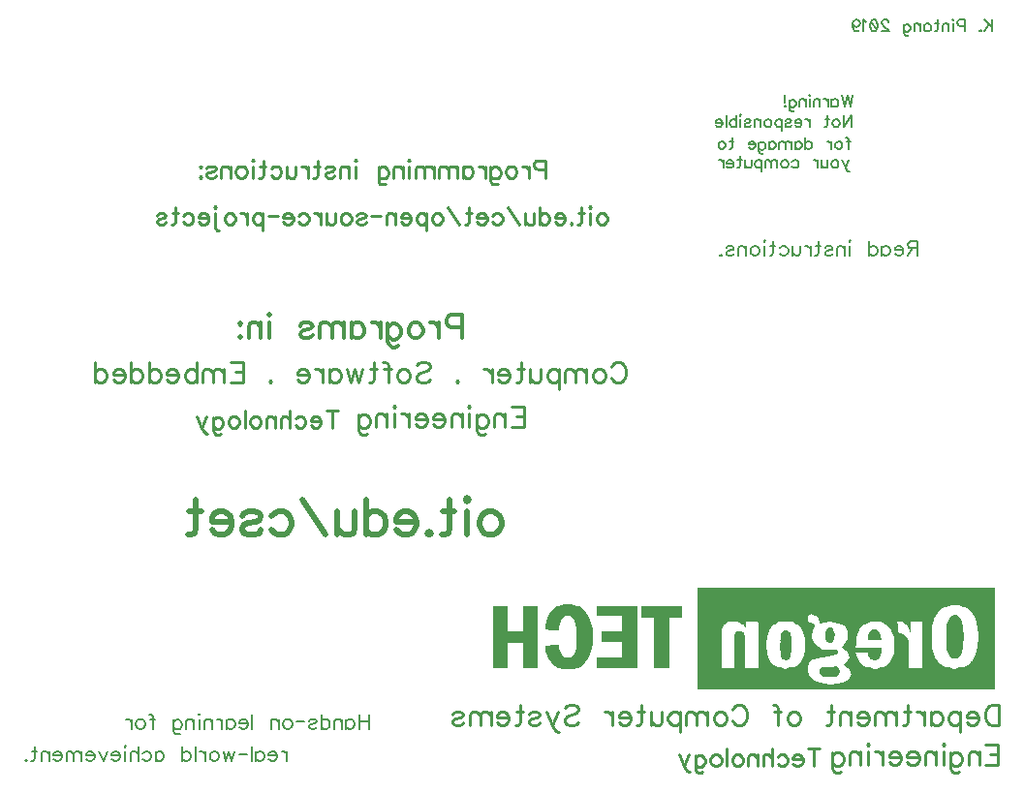
<source format=gbr>
G04 DipTrace 3.3.1.3*
G04 BottomSilk.gbr*
%MOIN*%
G04 #@! TF.FileFunction,Legend,Bot*
G04 #@! TF.Part,Single*
%ADD12C,0.003*%
%ADD81C,0.006176*%
%ADD82C,0.012351*%
%ADD83C,0.010807*%
%ADD84C,0.009264*%
%ADD86C,0.00772*%
%ADD87C,0.018527*%
%FSLAX26Y26*%
G04*
G70*
G90*
G75*
G01*
G04 BotSilk*
%LPD*%
X2859697Y1168201D2*
D12*
X3882697D1*
X2859697Y1165201D2*
X3882697D1*
X2859697Y1162201D2*
X3882697D1*
X2859697Y1159201D2*
X3882697D1*
X2859697Y1156201D2*
X3882697D1*
X2859697Y1153201D2*
X3882697D1*
X2859697Y1150201D2*
X3882697D1*
X2859697Y1147201D2*
X3882697D1*
X2859697Y1144201D2*
X3882697D1*
X2859697Y1141201D2*
X3882697D1*
X2859697Y1138201D2*
X3882697D1*
X2859697Y1135201D2*
X3882697D1*
X2859697Y1132201D2*
X3882697D1*
X2859697Y1129201D2*
X3882697D1*
X2859697Y1126201D2*
X3882697D1*
X2859697Y1123201D2*
X3882697D1*
X2859697Y1120201D2*
X3882697D1*
X2859697Y1117201D2*
X3882697D1*
X2859697Y1114201D2*
X3882697D1*
X2400697Y1111201D2*
X2424697D1*
X2859697D2*
X3882697D1*
X2391375Y1108201D2*
X2435044D1*
X2859697D2*
X3723835D1*
X3769149D2*
X3882697D1*
X2157697Y1105201D2*
X2205697D1*
X2259697D2*
X2307697D1*
X2383136D2*
X2444177D1*
X2514697D2*
X2649697D1*
X2667697D2*
X2805697D1*
X2859697D2*
X3715453D1*
X3775775D2*
X3882697D1*
X2157697Y1102201D2*
X2205697D1*
X2259697D2*
X2307697D1*
X2376492D2*
X2451389D1*
X2514697D2*
X2649697D1*
X2667697D2*
X2805697D1*
X2859697D2*
X3708172D1*
X3782053D2*
X3882697D1*
X2157697Y1099201D2*
X2205697D1*
X2259697D2*
X2307697D1*
X2371257D2*
X2456918D1*
X2514697D2*
X2649697D1*
X2667697D2*
X2805697D1*
X2859697D2*
X3702377D1*
X3787360D2*
X3882697D1*
X2157697Y1096201D2*
X2205697D1*
X2259697D2*
X2307697D1*
X2366991D2*
X2461304D1*
X2514697D2*
X2649697D1*
X2667697D2*
X2805697D1*
X2859697D2*
X3697875D1*
X3791663D2*
X3882697D1*
X2157697Y1093201D2*
X2205697D1*
X2259697D2*
X2307697D1*
X2363181D2*
X2465075D1*
X2514697D2*
X2649697D1*
X2667697D2*
X2805697D1*
X2859697D2*
X3694185D1*
X3795374D2*
X3882697D1*
X2157697Y1090201D2*
X2205697D1*
X2259697D2*
X2307697D1*
X2359626D2*
X2468374D1*
X2514697D2*
X2649697D1*
X2667697D2*
X2805697D1*
X2859697D2*
X3690984D1*
X3798915D2*
X3882697D1*
X2157697Y1087201D2*
X2205697D1*
X2259697D2*
X2307697D1*
X2356597D2*
X2471086D1*
X2514697D2*
X2649697D1*
X2667697D2*
X2805697D1*
X2859697D2*
X3688156D1*
X3802344D2*
X3882697D1*
X2157697Y1084201D2*
X2205697D1*
X2259697D2*
X2307697D1*
X2354212D2*
X2473529D1*
X2514697D2*
X2649697D1*
X2667697D2*
X2805697D1*
X2859697D2*
X3685567D1*
X3805316D2*
X3882697D1*
X2157697Y1081201D2*
X2205697D1*
X2259697D2*
X2307697D1*
X2352368D2*
X2475990D1*
X2514697D2*
X2649697D1*
X2667697D2*
X2805697D1*
X2859697D2*
X3683090D1*
X3807596D2*
X3882697D1*
X2157697Y1078201D2*
X2205697D1*
X2259697D2*
X2307697D1*
X2350950D2*
X2478266D1*
X2514697D2*
X2649697D1*
X2667697D2*
X2805697D1*
X2859697D2*
X3244876D1*
X3257518D2*
X3680952D1*
X3809255D2*
X3882697D1*
X2157697Y1075201D2*
X2205697D1*
X2259697D2*
X2307697D1*
X2349711D2*
X2480043D1*
X2514697D2*
X2649697D1*
X2667697D2*
X2805697D1*
X2859697D2*
X3240820D1*
X3264027D2*
X3679298D1*
X3810606D2*
X3882697D1*
X2157697Y1072201D2*
X2205697D1*
X2259697D2*
X2307697D1*
X2348242D2*
X2481403D1*
X2514697D2*
X2649697D1*
X2667697D2*
X2805697D1*
X2859697D2*
X3239221D1*
X3269024D2*
X3677821D1*
X3741697D2*
X3747697D1*
X3812123D2*
X3882697D1*
X2157697Y1069201D2*
X2205697D1*
X2259697D2*
X2307697D1*
X2346594D2*
X2400347D1*
X2425046D2*
X2482698D1*
X2601697D2*
X2649697D1*
X2667697D2*
X2805697D1*
X2859697D2*
X3238349D1*
X3272882D2*
X3676278D1*
X3736401D2*
X3753096D1*
X3813801D2*
X3882697D1*
X2157697Y1066201D2*
X2205697D1*
X2259697D2*
X2307697D1*
X2345225D2*
X2396988D1*
X2428405D2*
X2484066D1*
X2601697D2*
X2649697D1*
X2667697D2*
X2805697D1*
X2859697D2*
X3237953D1*
X3275804D2*
X3674538D1*
X3732042D2*
X3757745D1*
X3815270D2*
X3882697D1*
X2157697Y1063201D2*
X2205697D1*
X2259697D2*
X2307697D1*
X2344294D2*
X2393942D1*
X2431451D2*
X2485495D1*
X2601697D2*
X2649697D1*
X2712697D2*
X2760697D1*
X2859697D2*
X3237792D1*
X3278079D2*
X3672727D1*
X3728874D2*
X3761355D1*
X3816493D2*
X3882697D1*
X2157697Y1060201D2*
X2205697D1*
X2259697D2*
X2307697D1*
X2343497D2*
X2391303D1*
X2434090D2*
X2486956D1*
X2601697D2*
X2649697D1*
X2712697D2*
X2760697D1*
X2859697D2*
X3237730D1*
X3278922D2*
X3671292D1*
X3726644D2*
X3764007D1*
X3817732D2*
X3882697D1*
X2157697Y1057201D2*
X2205697D1*
X2259697D2*
X2307697D1*
X2342596D2*
X2389047D1*
X2436358D2*
X2488336D1*
X2601697D2*
X2649697D1*
X2712697D2*
X2760697D1*
X2859697D2*
X3237708D1*
X3279488D2*
X3670420D1*
X3725069D2*
X3765949D1*
X3819066D2*
X3882697D1*
X2157697Y1054201D2*
X2205697D1*
X2259697D2*
X2307697D1*
X2341741D2*
X2387404D1*
X2438095D2*
X2489451D1*
X2601697D2*
X2649697D1*
X2712697D2*
X2760697D1*
X2859697D2*
X3237700D1*
X3280155D2*
X3316006D1*
X3315262D2*
X3669887D1*
X3723856D2*
X3767292D1*
X3820382D2*
X3882697D1*
X2157697Y1051201D2*
X2205697D1*
X2259697D2*
X2307697D1*
X2341085D2*
X2386361D1*
X2439415D2*
X2490228D1*
X2601697D2*
X2649697D1*
X2712697D2*
X2760697D1*
X2859697D2*
X2961233D1*
X3003457D2*
X3024697D1*
X3068993D2*
X3135119D1*
X3190636D2*
X3237697D1*
X3281266D2*
X3298322D1*
X3332056D2*
X3447811D1*
X3496172D2*
X3543107D1*
X3568160D2*
X3591697D1*
X3634248D2*
X3669317D1*
X3722639D2*
X3768058D1*
X3821457D2*
X3882697D1*
X2157697Y1048201D2*
X2205697D1*
X2259697D2*
X2307697D1*
X2340414D2*
X2385521D1*
X2440591D2*
X2490949D1*
X2601697D2*
X2649697D1*
X2712697D2*
X2760697D1*
X2859697D2*
X2957501D1*
X3008582D2*
X3024697D1*
X3070772D2*
X3130991D1*
X3195229D2*
X3247495D1*
X3282697D2*
D3*
X3344316D2*
X3442207D1*
X3500021D2*
X3544862D1*
X3571904D2*
X3591697D1*
X3635301D2*
X3668511D1*
X3721317D2*
X3768443D1*
X3822118D2*
X3882697D1*
X2157697Y1045201D2*
X2205697D1*
X2259697D2*
X2307697D1*
X2339565D2*
X2384604D1*
X2441559D2*
X2491830D1*
X2601697D2*
X2649697D1*
X2712697D2*
X2760697D1*
X2859697D2*
X2953842D1*
X3012738D2*
X3024697D1*
X3070751D2*
X3126495D1*
X3200153D2*
X3254301D1*
X3352884D2*
X3437044D1*
X3504180D2*
X3545866D1*
X3575669D2*
X3591697D1*
X3636697D2*
X3667608D1*
X3720008D2*
X3768711D1*
X3822452D2*
X3882697D1*
X2157697Y1042201D2*
X2205697D1*
X2259697D2*
X2307697D1*
X2338742D2*
X2383744D1*
X2442161D2*
X2492765D1*
X2601697D2*
X2649697D1*
X2712697D2*
X2760697D1*
X2859697D2*
X2950804D1*
X3016252D2*
X3024697D1*
X3070392D2*
X3122200D1*
X3204817D2*
X3259033D1*
X3358961D2*
X3432312D1*
X3508424D2*
X3546354D1*
X3579089D2*
X3591697D1*
X3635312D2*
X3666692D1*
X3718935D2*
X3769158D1*
X3822613D2*
X3882697D1*
X2157697Y1039201D2*
X2205697D1*
X2259697D2*
X2307697D1*
X2338198D2*
X2383085D1*
X2442481D2*
X2493694D1*
X2601697D2*
X2649697D1*
X2712697D2*
X2760697D1*
X2859697D2*
X2948626D1*
X3019497D2*
X3024697D1*
X3070060D2*
X3118410D1*
X3208761D2*
X3260637D1*
X3363557D2*
X3428054D1*
X3512472D2*
X3546564D1*
X3581974D2*
X3591697D1*
X3634450D2*
X3665692D1*
X3718275D2*
X3769902D1*
X3822778D2*
X3882697D1*
X2157697Y1036201D2*
X2205697D1*
X2259697D2*
X2307697D1*
X2337912D2*
X2382414D1*
X2442724D2*
X2494699D1*
X2601697D2*
X2649697D1*
X2712697D2*
X2760697D1*
X2859697D2*
X2946998D1*
X3022289D2*
X3024697D1*
X3069861D2*
X3115110D1*
X3211809D2*
X3260740D1*
X3367030D2*
X3424331D1*
X3516111D2*
X3546648D1*
X3584266D2*
X3591697D1*
X3634014D2*
X3664794D1*
X3717941D2*
X3770679D1*
X3823184D2*
X3882697D1*
X2157697Y1033201D2*
X2205697D1*
X2259697D2*
X2307697D1*
X2337782D2*
X2381564D1*
X2443163D2*
X2495598D1*
X2601697D2*
X2649697D1*
X2712697D2*
X2760697D1*
X2859697D2*
X2945355D1*
X3024697D2*
D3*
X3069764D2*
X3112312D1*
X3214318D2*
X3260168D1*
X3369594D2*
X3421074D1*
X3519337D2*
X3546680D1*
X3586061D2*
X3591697D1*
X3633821D2*
X3664218D1*
X3717793D2*
X3771206D1*
X3823911D2*
X3882697D1*
X2157697Y1030201D2*
X2205697D1*
X2259697D2*
X2307697D1*
X2337727D2*
X2380734D1*
X2443903D2*
X2496175D1*
X2601697D2*
X2649697D1*
X2712697D2*
X2760697D1*
X2859697D2*
X2943636D1*
X3069723D2*
X3109969D1*
X3216569D2*
X3259025D1*
X3309697D2*
X3321697D1*
X3371600D2*
X3418309D1*
X3522090D2*
X3546691D1*
X3587446D2*
X3591697D1*
X3633743D2*
X3663920D1*
X3717732D2*
X3771485D1*
X3824683D2*
X3882697D1*
X2157697Y1027201D2*
X2205697D1*
X2259697D2*
X2307697D1*
X2337697D2*
X2380144D1*
X2444680D2*
X2496474D1*
X2601697D2*
X2649697D1*
X2712697D2*
X2760697D1*
X2859697D2*
X2942252D1*
X3069706D2*
X3107828D1*
X3218534D2*
X3257445D1*
X3307172D2*
X3322837D1*
X3373312D2*
X3416081D1*
X3524326D2*
X3546695D1*
X3588572D2*
X3591697D1*
X3633713D2*
X3663785D1*
X3717709D2*
X3771613D1*
X3825207D2*
X3882697D1*
X2157697Y1024201D2*
X2205697D1*
X2259697D2*
X2307697D1*
X2358697D2*
X2379697D1*
X2445206D2*
X2496609D1*
X2601697D2*
X2649697D1*
X2712697D2*
X2760697D1*
X2859697D2*
X2941416D1*
X3069700D2*
X3105829D1*
X3220269D2*
X3255695D1*
X3305033D2*
X3324114D1*
X3374888D2*
X3414314D1*
X3462697D2*
X3474697D1*
X3526186D2*
X3546696D1*
X3589682D2*
X3591697D1*
X3633702D2*
X3663730D1*
X3717701D2*
X3771665D1*
X3825497D2*
X3882697D1*
X2157697Y1021201D2*
X2205697D1*
X2259697D2*
X2307697D1*
X2445485D2*
X2496664D1*
X2601697D2*
X2649697D1*
X2712697D2*
X2760697D1*
X2859697D2*
X2940999D1*
X3069698D2*
X3104216D1*
X3156697D2*
X3168697D1*
X3221866D2*
X3254281D1*
X3303309D2*
X3325414D1*
X3376311D2*
X3412941D1*
X3458787D2*
X3478504D1*
X3527835D2*
X3546697D1*
X3590740D2*
X3591697D1*
X3633699D2*
X3663709D1*
X3717698D2*
X3771697D1*
X3825730D2*
X3882697D1*
X2157697Y1018201D2*
X2307697D1*
X2445613D2*
X2496685D1*
X2532697D2*
X2649697D1*
X2712697D2*
X2760697D1*
X2859697D2*
X2940815D1*
X2994697D2*
X3012697D1*
X3069697D2*
X3102947D1*
X3153813D2*
X3172133D1*
X3223302D2*
X3253428D1*
X3302053D2*
X3326582D1*
X3377431D2*
X3411809D1*
X3455775D2*
X3481225D1*
X3529303D2*
X3546697D1*
X3591697D2*
D3*
X3633697D2*
X3663701D1*
X3717697D2*
X3771810D1*
X3826165D2*
X3882697D1*
X2157697Y1015201D2*
X2307697D1*
X2445665D2*
X2496693D1*
X2532697D2*
X2649697D1*
X2712697D2*
X2760697D1*
X2859697D2*
X2940740D1*
X2992848D2*
X3015107D1*
X3069697D2*
X3101792D1*
X3151705D2*
X3175163D1*
X3224439D2*
X3252992D1*
X3301319D2*
X3327620D1*
X3378109D2*
X3410622D1*
X3453510D2*
X3483060D1*
X3530541D2*
X3546697D1*
X3633697D2*
X3663698D1*
X3717697D2*
X3772195D1*
X3826904D2*
X3882697D1*
X2157697Y1012201D2*
X2307697D1*
X2445686D2*
X2496696D1*
X2532697D2*
X2649697D1*
X2712697D2*
X2760697D1*
X2859697D2*
X2940712D1*
X2991243D2*
X3016873D1*
X3069697D2*
X3100831D1*
X3150114D2*
X3176461D1*
X3225224D2*
X3252690D1*
X3300957D2*
X3328671D1*
X3378449D2*
X3409311D1*
X3451678D2*
X3484565D1*
X3531617D2*
X3546697D1*
X3633697D2*
X3663697D1*
X3717697D2*
X3772914D1*
X3827680D2*
X3882697D1*
X2157697Y1009201D2*
X2307697D1*
X2445693D2*
X2496696D1*
X2532697D2*
X2649697D1*
X2712697D2*
X2760697D1*
X2859697D2*
X2940702D1*
X2990030D2*
X3017984D1*
X3069697D2*
X3100219D1*
X3148958D2*
X3177276D1*
X3225960D2*
X3252151D1*
X3300798D2*
X3329577D1*
X3378600D2*
X3408006D1*
X3450147D2*
X3486005D1*
X3532783D2*
X3556725D1*
X3633697D2*
X3663697D1*
X3717697D2*
X3773684D1*
X3828206D2*
X3882697D1*
X2157697Y1006201D2*
X2307697D1*
X2445696D2*
X2496697D1*
X2532697D2*
X2649697D1*
X2712697D2*
X2760697D1*
X2859697D2*
X2940699D1*
X2989311D2*
X3018853D1*
X3069697D2*
X3099807D1*
X3148278D2*
X3177983D1*
X3226935D2*
X3251096D1*
X3300734D2*
X3330055D1*
X3378661D2*
X3406934D1*
X3448986D2*
X3487361D1*
X3534086D2*
X3564797D1*
X3633697D2*
X3663697D1*
X3717697D2*
X3774207D1*
X3828485D2*
X3882697D1*
X2157697Y1003201D2*
X2307697D1*
X2445696D2*
X2496697D1*
X2532697D2*
X2649697D1*
X2712697D2*
X2760697D1*
X2859697D2*
X2940697D1*
X2988954D2*
X3019782D1*
X3069697D2*
X3099287D1*
X3147941D2*
X3178836D1*
X3228148D2*
X3249697D1*
X3300710D2*
X3329973D1*
X3378672D2*
X3406275D1*
X3448293D2*
X3488450D1*
X3535389D2*
X3570781D1*
X3633697D2*
X3663697D1*
X3717697D2*
X3774485D1*
X3828613D2*
X3882697D1*
X2157697Y1000201D2*
X2307697D1*
X2445697D2*
X2496697D1*
X2532697D2*
X2649697D1*
X2712697D2*
X2760697D1*
X2859697D2*
X2940697D1*
X2988797D2*
X3020636D1*
X3069697D2*
X3098512D1*
X3147780D2*
X3179656D1*
X3229413D2*
X3251082D1*
X3300713D2*
X3329379D1*
X3378575D2*
X3405941D1*
X3447947D2*
X3489116D1*
X3536460D2*
X3574979D1*
X3633697D2*
X3663697D1*
X3717697D2*
X3774613D1*
X3828665D2*
X3882697D1*
X2157697Y997201D2*
X2307697D1*
X2445697D2*
X2496697D1*
X2532697D2*
X2649697D1*
X2712697D2*
X2760697D1*
X2859697D2*
X2940697D1*
X2988734D2*
X3021190D1*
X3069697D2*
X3097710D1*
X3147615D2*
X3180198D1*
X3230468D2*
X3251955D1*
X3300816D2*
X3328560D1*
X3378184D2*
X3405793D1*
X3447795D2*
X3489452D1*
X3537119D2*
X3577880D1*
X3633697D2*
X3663697D1*
X3717697D2*
X3774654D1*
X3828674D2*
X3882697D1*
X2157697Y994201D2*
X2307697D1*
X2445697D2*
X2496697D1*
X2532697D2*
X2649697D1*
X2712697D2*
X2760697D1*
X2859697D2*
X2940697D1*
X2988710D2*
X3021480D1*
X3069697D2*
X3097073D1*
X3147222D2*
X3180482D1*
X3231122D2*
X3252496D1*
X3301209D2*
X3327663D1*
X3377361D2*
X3405721D1*
X3447731D2*
X3489607D1*
X3537453D2*
X3580017D1*
X3633697D2*
X3663697D1*
X3717697D2*
X3774568D1*
X3828576D2*
X3882697D1*
X2157697Y991201D2*
X2307697D1*
X2445697D2*
X2496697D1*
X2532697D2*
X2649697D1*
X2712697D2*
X2760697D1*
X2859697D2*
X2940697D1*
X2988701D2*
X3021611D1*
X3069697D2*
X3096410D1*
X3146609D2*
X3180612D1*
X3231453D2*
X3253084D1*
X3302044D2*
X3326569D1*
X3376210D2*
X3405583D1*
X3447697D2*
X3489697D1*
X3537601D2*
X3581774D1*
X3633697D2*
X3663697D1*
X3717697D2*
X3774193D1*
X3828196D2*
X3882697D1*
X2157697Y988201D2*
X2307697D1*
X2445697D2*
X2496697D1*
X2532697D2*
X2649697D1*
X2712697D2*
X2760697D1*
X2859697D2*
X2940697D1*
X2988698D2*
X3021665D1*
X3069697D2*
X3095563D1*
X3146030D2*
X3180665D1*
X3231601D2*
X3253998D1*
X3303312D2*
X3325291D1*
X3374957D2*
X3405112D1*
X3537661D2*
X3583270D1*
X3633697D2*
X3663697D1*
X3717697D2*
X3773478D1*
X3827478D2*
X3882697D1*
X2157697Y985201D2*
X2307697D1*
X2445697D2*
X2496697D1*
X2532697D2*
X2649697D1*
X2712697D2*
X2760697D1*
X2859697D2*
X2940697D1*
X2988697D2*
X3021685D1*
X3069697D2*
X3094741D1*
X3146683D2*
X3180697D1*
X3231661D2*
X3255285D1*
X3305045D2*
X3323970D1*
X3373792D2*
X3404083D1*
X3537684D2*
X3584417D1*
X3633697D2*
X3663697D1*
X3717697D2*
X3772709D1*
X3826710D2*
X3882697D1*
X2157697Y982201D2*
X2307697D1*
X2445697D2*
X2496697D1*
X2601697D2*
X2649697D1*
X2712697D2*
X2760697D1*
X2859697D2*
X2940697D1*
X2988697D2*
X3021693D1*
X3069697D2*
X3094198D1*
X3147697D2*
X3180810D1*
X3231684D2*
X3256931D1*
X3307257D2*
X3322762D1*
X3372642D2*
X3402697D1*
X3537693D2*
X3585104D1*
X3633697D2*
X3663697D1*
X3717697D2*
X3772186D1*
X3826186D2*
X3882697D1*
X2157697Y979201D2*
X2307697D1*
X2445697D2*
X2496697D1*
X2601697D2*
X2649697D1*
X2712697D2*
X2760697D1*
X2859697D2*
X2940697D1*
X2988697D2*
X3021696D1*
X3069697D2*
X3093912D1*
X3146312D2*
X3181183D1*
X3231693D2*
X3258829D1*
X3309697D2*
X3321697D1*
X3371082D2*
X3405697D1*
X3537695D2*
X3585447D1*
X3633697D2*
X3663697D1*
X3717697D2*
X3771908D1*
X3825897D2*
X3882697D1*
X2157697Y976201D2*
X2205697D1*
X2259697D2*
X2307697D1*
X2445685D2*
X2496685D1*
X2601697D2*
X2649697D1*
X2712697D2*
X2760697D1*
X2859697D2*
X2940697D1*
X2988697D2*
X3021696D1*
X3069697D2*
X3093782D1*
X3145450D2*
X3181797D1*
X3231695D2*
X3260855D1*
X3368853D2*
X3404312D1*
X3537696D2*
X3585599D1*
X3633697D2*
X3663697D1*
X3717697D2*
X3771781D1*
X3825664D2*
X3882697D1*
X2157697Y973201D2*
X2205697D1*
X2259697D2*
X2307697D1*
X2445580D2*
X2496580D1*
X2601697D2*
X2649697D1*
X2712697D2*
X2760697D1*
X2859697D2*
X2940697D1*
X2988697D2*
X3021697D1*
X3069697D2*
X3093729D1*
X3145014D2*
X3182184D1*
X3231696D2*
X3263334D1*
X3366029D2*
X3403450D1*
X3537697D2*
X3585661D1*
X3633697D2*
X3663697D1*
X3717697D2*
X3771728D1*
X3825229D2*
X3882697D1*
X2157697Y970201D2*
X2205697D1*
X2259697D2*
X2307697D1*
X2367697D2*
X2379697D1*
X2445197D2*
X2496197D1*
X2601697D2*
X2649697D1*
X2712697D2*
X2760697D1*
X2859697D2*
X2940697D1*
X2988697D2*
X3021697D1*
X3069697D2*
X3093708D1*
X3144821D2*
X3181989D1*
X3231697D2*
X3266676D1*
X3363064D2*
X3403014D1*
X3537697D2*
X3585684D1*
X3633697D2*
X3663709D1*
X3717697D2*
X3771696D1*
X3824490D2*
X3882697D1*
X2157697Y967201D2*
X2205697D1*
X2259697D2*
X2307697D1*
X2337697D2*
X2380160D1*
X2444479D2*
X2495479D1*
X2601697D2*
X2649697D1*
X2712697D2*
X2760697D1*
X2859697D2*
X2940697D1*
X2988697D2*
X3021697D1*
X3069697D2*
X3093712D1*
X3144743D2*
X3181498D1*
X3231697D2*
X3270908D1*
X3360647D2*
X3402821D1*
X3537697D2*
X3585692D1*
X3633697D2*
X3663814D1*
X3717697D2*
X3771584D1*
X3823714D2*
X3882697D1*
X2157697Y964201D2*
X2205697D1*
X2259697D2*
X2307697D1*
X2337697D2*
X2380916D1*
X2443710D2*
X2494698D1*
X2601697D2*
X2649697D1*
X2712697D2*
X2760697D1*
X2859697D2*
X2940697D1*
X2988697D2*
X3021697D1*
X3069697D2*
X3093815D1*
X3144725D2*
X3181102D1*
X3231697D2*
X3275733D1*
X3358774D2*
X3402740D1*
X3537697D2*
X3585695D1*
X3633697D2*
X3664196D1*
X3717709D2*
X3771199D1*
X3823188D2*
X3882697D1*
X2157697Y961201D2*
X2205697D1*
X2259697D2*
X2307697D1*
X2337697D2*
X2381798D1*
X2443186D2*
X2494069D1*
X2601697D2*
X2649697D1*
X2712697D2*
X2760697D1*
X2859697D2*
X2940697D1*
X2988697D2*
X3021697D1*
X3069697D2*
X3094197D1*
X3144820D2*
X3180877D1*
X3231697D2*
X3280510D1*
X3362303D2*
X3489697D1*
X3537697D2*
X3585696D1*
X3633697D2*
X3664927D1*
X3717814D2*
X3770479D1*
X3822909D2*
X3882697D1*
X2157697Y958201D2*
X2205697D1*
X2259697D2*
X2307697D1*
X2337697D2*
X2382706D1*
X2442897D2*
X2493409D1*
X2601697D2*
X2649697D1*
X2712697D2*
X2760697D1*
X2859697D2*
X2940697D1*
X2988697D2*
X3021697D1*
X3069697D2*
X3094915D1*
X3145198D2*
X3180770D1*
X3231685D2*
X3284758D1*
X3365886D2*
X3489697D1*
X3537697D2*
X3585697D1*
X3633697D2*
X3665801D1*
X3718208D2*
X3769710D1*
X3822769D2*
X3882697D1*
X2157697Y955201D2*
X2205697D1*
X2259697D2*
X2307697D1*
X2337709D2*
X2383715D1*
X2442664D2*
X2492563D1*
X2601697D2*
X2649697D1*
X2712697D2*
X2760697D1*
X2859697D2*
X2940697D1*
X2988697D2*
X3021697D1*
X3069697D2*
X3095684D1*
X3145915D2*
X3180724D1*
X3231580D2*
X3336697D1*
X3369286D2*
X3489697D1*
X3537697D2*
X3585697D1*
X3633697D2*
X3666707D1*
X3719032D2*
X3769175D1*
X3822611D2*
X3882697D1*
X2157697Y952201D2*
X2205697D1*
X2259697D2*
X2307697D1*
X2337826D2*
X2384729D1*
X2442229D2*
X2491729D1*
X2601697D2*
X2649697D1*
X2712697D2*
X2760697D1*
X2859697D2*
X2940697D1*
X2988697D2*
X3021697D1*
X3069697D2*
X3096219D1*
X3146684D2*
X3180695D1*
X3231197D2*
X3339467D1*
X3372405D2*
X3489697D1*
X3537697D2*
X3585697D1*
X3633697D2*
X3667703D1*
X3720184D2*
X3768791D1*
X3822197D2*
X3882697D1*
X2157697Y949201D2*
X2205697D1*
X2259697D2*
X2307697D1*
X2338314D2*
X2385792D1*
X2441467D2*
X2491080D1*
X2601697D2*
X2649697D1*
X2712697D2*
X2760697D1*
X2859697D2*
X2940697D1*
X2988697D2*
X3021697D1*
X3069697D2*
X3096603D1*
X3147207D2*
X3180583D1*
X3230479D2*
X3341518D1*
X3375116D2*
X3489697D1*
X3537685D2*
X3585697D1*
X3633697D2*
X3668612D1*
X3721437D2*
X3768281D1*
X3821366D2*
X3882697D1*
X2157697Y946201D2*
X2205697D1*
X2259697D2*
X2307697D1*
X2339414D2*
X2387203D1*
X2440479D2*
X2490401D1*
X2601697D2*
X2649697D1*
X2712697D2*
X2760697D1*
X2859697D2*
X2940697D1*
X2988697D2*
X3021697D1*
X3069697D2*
X3097112D1*
X3147485D2*
X3180198D1*
X3229698D2*
X3342022D1*
X3377324D2*
X3489685D1*
X3537580D2*
X3585697D1*
X3633697D2*
X3669293D1*
X3722590D2*
X3767487D1*
X3820211D2*
X3882697D1*
X2157697Y943201D2*
X2205697D1*
X2259697D2*
X2307697D1*
X2340902D2*
X2388943D1*
X2439165D2*
X2489447D1*
X2601697D2*
X2649697D1*
X2712697D2*
X2760697D1*
X2859697D2*
X2940697D1*
X2988697D2*
X3021697D1*
X3069697D2*
X3097883D1*
X3147613D2*
X3179479D1*
X3229069D2*
X3342246D1*
X3379083D2*
X3402107D1*
X3447709D2*
X3489580D1*
X3537186D2*
X3585697D1*
X3633697D2*
X3669985D1*
X3723634D2*
X3766487D1*
X3818957D2*
X3882697D1*
X2157697Y940201D2*
X2205697D1*
X2259697D2*
X2307697D1*
X2342206D2*
X2390790D1*
X2437220D2*
X2488230D1*
X2601697D2*
X2649697D1*
X2712697D2*
X2760697D1*
X2859697D2*
X2940697D1*
X2988697D2*
X3021697D1*
X3069697D2*
X3098685D1*
X3147677D2*
X3178710D1*
X3228409D2*
X3335716D1*
X3380454D2*
X3403873D1*
X3447826D2*
X3489186D1*
X3536362D2*
X3585697D1*
X3633697D2*
X3670944D1*
X3724813D2*
X3765168D1*
X3817792D2*
X3882697D1*
X2157697Y937201D2*
X2205697D1*
X2259697D2*
X2307697D1*
X2343125D2*
X2392822D1*
X2434611D2*
X2486863D1*
X2601697D2*
X2649697D1*
X2712697D2*
X2760697D1*
X2859697D2*
X2940697D1*
X2988697D2*
X3021697D1*
X3069697D2*
X3099321D1*
X3147803D2*
X3178175D1*
X3227563D2*
X3324164D1*
X3381561D2*
X3404984D1*
X3448314D2*
X3488362D1*
X3535210D2*
X3585697D1*
X3633697D2*
X3672151D1*
X3726342D2*
X3763220D1*
X3816654D2*
X3882697D1*
X2157697Y934201D2*
X2205697D1*
X2259697D2*
X2307697D1*
X2344018D2*
X2395175D1*
X2431368D2*
X2485425D1*
X2601697D2*
X2649697D1*
X2712697D2*
X2760697D1*
X2859697D2*
X2940697D1*
X2988697D2*
X3021697D1*
X3069697D2*
X3099984D1*
X3148204D2*
X3177779D1*
X3226729D2*
X3307579D1*
X3382537D2*
X3405865D1*
X3449426D2*
X3487198D1*
X3533957D2*
X3585697D1*
X3633697D2*
X3673425D1*
X3728599D2*
X3760611D1*
X3815222D2*
X3882697D1*
X2157697Y931201D2*
X2205697D1*
X2259697D2*
X2307697D1*
X2345310D2*
X2397697D1*
X2427697D2*
X2484030D1*
X2601697D2*
X2649697D1*
X2712697D2*
X2760697D1*
X2859697D2*
X2940697D1*
X2988697D2*
X3021697D1*
X3069697D2*
X3100842D1*
X3149066D2*
X3177141D1*
X3226069D2*
X3285067D1*
X3288697D2*
D3*
X3383335D2*
X3406900D1*
X3451054D2*
X3485816D1*
X3532792D2*
X3585697D1*
X3633697D2*
X3674598D1*
X3731860D2*
X3757368D1*
X3813575D2*
X3882697D1*
X2157697Y928201D2*
X2205697D1*
X2259697D2*
X2307697D1*
X2346976D2*
X2482719D1*
X2514697D2*
X2649697D1*
X2712697D2*
X2760697D1*
X2859697D2*
X2940697D1*
X2988697D2*
X3021697D1*
X3069697D2*
X3101770D1*
X3150563D2*
X3176104D1*
X3225295D2*
X3272166D1*
X3382901D2*
X3408135D1*
X3453074D2*
X3484041D1*
X3531654D2*
X3585697D1*
X3633697D2*
X3675739D1*
X3735697D2*
X3753697D1*
X3812117D2*
X3882697D1*
X2157697Y925201D2*
X2205697D1*
X2259697D2*
X2307697D1*
X2348691D2*
X2481271D1*
X2514697D2*
X2649697D1*
X2712697D2*
X2760697D1*
X2859697D2*
X2940697D1*
X2988697D2*
X3021697D1*
X3069697D2*
X3102707D1*
X3152659D2*
X3173375D1*
X3224053D2*
X3262647D1*
X3381990D2*
X3409420D1*
X3456013D2*
X3481789D1*
X3530210D2*
X3585697D1*
X3633697D2*
X3677183D1*
X3810911D2*
X3882697D1*
X2157697Y922201D2*
X2205697D1*
X2259697D2*
X2307697D1*
X2350338D2*
X2479379D1*
X2514697D2*
X2649697D1*
X2712697D2*
X2760697D1*
X2859697D2*
X2940697D1*
X2988697D2*
X3021697D1*
X3069697D2*
X3103817D1*
X3157346D2*
X3169790D1*
X3222395D2*
X3255916D1*
X3380755D2*
X3410584D1*
X3460409D2*
X3477070D1*
X3528470D2*
X3585697D1*
X3633697D2*
X3678935D1*
X3809778D2*
X3882697D1*
X2157697Y919201D2*
X2205697D1*
X2259697D2*
X2307697D1*
X2352015D2*
X2477202D1*
X2514697D2*
X2649697D1*
X2712697D2*
X2760697D1*
X2859697D2*
X2940697D1*
X2988697D2*
X3021697D1*
X3069697D2*
X3105122D1*
X3162697D2*
X3165697D1*
X3220594D2*
X3251072D1*
X3379261D2*
X3411644D1*
X3465697D2*
X3471697D1*
X3526723D2*
X3585697D1*
X3633697D2*
X3680787D1*
X3808818D2*
X3882697D1*
X2157697Y916201D2*
X2205697D1*
X2259697D2*
X2307697D1*
X2353938D2*
X2474971D1*
X2514697D2*
X2649697D1*
X2712697D2*
X2760697D1*
X2859697D2*
X2940697D1*
X2988697D2*
X3021697D1*
X3069697D2*
X3106639D1*
X3218672D2*
X3247364D1*
X3377401D2*
X3412917D1*
X3525063D2*
X3585697D1*
X3633697D2*
X3682841D1*
X3808174D2*
X3882697D1*
X2157697Y913201D2*
X2205697D1*
X2259697D2*
X2307697D1*
X2356288D2*
X2472681D1*
X2514697D2*
X2649697D1*
X2712697D2*
X2760697D1*
X2859697D2*
X2940697D1*
X2988697D2*
X3021697D1*
X3069697D2*
X3108589D1*
X3216660D2*
X3244514D1*
X3374976D2*
X3414716D1*
X3523381D2*
X3585697D1*
X3633697D2*
X3685336D1*
X3801697D2*
X3882697D1*
X2157697Y910201D2*
X2205697D1*
X2259697D2*
X2307697D1*
X2359047D2*
X2470244D1*
X2514697D2*
X2649697D1*
X2712697D2*
X2760697D1*
X2859697D2*
X2940697D1*
X2988697D2*
X3021697D1*
X3069697D2*
X3111195D1*
X3214675D2*
X3242498D1*
X3371858D2*
X3417248D1*
X3521445D2*
X3585697D1*
X3633697D2*
X3688318D1*
X3799967D2*
X3882697D1*
X2157697Y907201D2*
X2205697D1*
X2259697D2*
X2307697D1*
X2362199D2*
X2467374D1*
X2514697D2*
X2649697D1*
X2712697D2*
X2760697D1*
X2859697D2*
X2940697D1*
X2988697D2*
X3021697D1*
X3069697D2*
X3114391D1*
X3212465D2*
X3241056D1*
X3367990D2*
X3420411D1*
X3518989D2*
X3585697D1*
X3633697D2*
X3691645D1*
X3797421D2*
X3882697D1*
X2157697Y904201D2*
X2205697D1*
X2259697D2*
X2307697D1*
X2365697D2*
X2463937D1*
X2514697D2*
X2649697D1*
X2712697D2*
X2760697D1*
X2859697D2*
X2940697D1*
X2988697D2*
X3021697D1*
X3069697D2*
X3117967D1*
X3209545D2*
X3239831D1*
X3363697D2*
X3423974D1*
X3515824D2*
X3585697D1*
X3633697D2*
X3695245D1*
X3793927D2*
X3882697D1*
X2157697Y901201D2*
X2205697D1*
X2259697D2*
X2307697D1*
X2369618D2*
X2459721D1*
X2514697D2*
X2649697D1*
X2712697D2*
X2760697D1*
X2859697D2*
X2940697D1*
X2988697D2*
X3021697D1*
X3069697D2*
X3121976D1*
X3205569D2*
X3238845D1*
X3367263D2*
X3427979D1*
X3511719D2*
X3585697D1*
X3633697D2*
X3699625D1*
X3789504D2*
X3882697D1*
X2157697Y898201D2*
X2205697D1*
X2259697D2*
X2307697D1*
X2374415D2*
X2454254D1*
X2514697D2*
X2649697D1*
X2712697D2*
X2760697D1*
X2859697D2*
X2940697D1*
X2988697D2*
X3021697D1*
X3069697D2*
X3126768D1*
X3200145D2*
X3238236D1*
X3330697D2*
X3336697D1*
X3371286D2*
X3432768D1*
X3506450D2*
X3585697D1*
X3633697D2*
X3705535D1*
X3783822D2*
X3882697D1*
X2157697Y895201D2*
X2205697D1*
X2259697D2*
X2307697D1*
X2380390D2*
X2447677D1*
X2514697D2*
X2649697D1*
X2712697D2*
X2760697D1*
X2859697D2*
X2940697D1*
X2988697D2*
X3021697D1*
X3069697D2*
X3133384D1*
X3192373D2*
X3237926D1*
X3288697D2*
X3339930D1*
X3375388D2*
X3439385D1*
X3499572D2*
X3585697D1*
X3633697D2*
X3713522D1*
X3775774D2*
X3882697D1*
X2157697Y892201D2*
X2205697D1*
X2259697D2*
X2307697D1*
X2387309D2*
X2440696D1*
X2514697D2*
X2649697D1*
X2712697D2*
X2760697D1*
X2859697D2*
X2940697D1*
X2988697D2*
X3021697D1*
X3069697D2*
X3142711D1*
X3181486D2*
X3237787D1*
X3286172D2*
X3342409D1*
X3378858D2*
X3448711D1*
X3490723D2*
X3585697D1*
X3633697D2*
X3723895D1*
X3764336D2*
X3882697D1*
X2394697Y889201D2*
X2433697D1*
X2859697D2*
X3153697D1*
X3168697D2*
X3237730D1*
X3284033D2*
X3344172D1*
X3381497D2*
X3459697D1*
X3480697D2*
X3735697D1*
X3750697D2*
X3882697D1*
X2859697Y886201D2*
X3237720D1*
X3282309D2*
X3345550D1*
X3383544D2*
X3882697D1*
X2859697Y883201D2*
X3237818D1*
X3281065D2*
X3347032D1*
X3385189D2*
X3882697D1*
X2859697Y880201D2*
X3238198D1*
X3280436D2*
X3348697D1*
X3386507D2*
X3882697D1*
X2859697Y877201D2*
X3238927D1*
X3280238D2*
X3347174D1*
X3387683D2*
X3882697D1*
X2859697Y874201D2*
X3239801D1*
X3281331D2*
X3345697D1*
X3389079D2*
X3882697D1*
X2859697Y871201D2*
X3240719D1*
X3282979D2*
X3343589D1*
X3390697D2*
X3882697D1*
X2859697Y868201D2*
X3241832D1*
X3286989D2*
X3340444D1*
X3389198D2*
X3882697D1*
X2859697Y865201D2*
X3243228D1*
X3291697D2*
X3336697D1*
X3387940D2*
X3882697D1*
X2859697Y862201D2*
X3245022D1*
X3386668D2*
X3882697D1*
X2859697Y859201D2*
X3247308D1*
X3385205D2*
X3882697D1*
X2859697Y856201D2*
X3249965D1*
X3383374D2*
X3882697D1*
X2859697Y853201D2*
X3252937D1*
X3380962D2*
X3882697D1*
X2859697Y850201D2*
X3256491D1*
X3377802D2*
X3882697D1*
X2859697Y847201D2*
X3261278D1*
X3373528D2*
X3882697D1*
X2859697Y844201D2*
X3268389D1*
X3367191D2*
X3882697D1*
X2859697Y841201D2*
X3279589D1*
X3356789D2*
X3882697D1*
X2859697Y838201D2*
X3296060D1*
X3340893D2*
X3882697D1*
X2859697Y835201D2*
X3315697D1*
X3321697D2*
X3882697D1*
X2859697Y832201D2*
X3882697D1*
X2859697Y829201D2*
X3882697D1*
X2859697Y826201D2*
X3882697D1*
X2859697Y823201D2*
X3882697D1*
X2859697Y820201D2*
X3882697D1*
X2859697Y1168201D2*
Y1165201D1*
Y1162201D1*
Y1159201D1*
Y1156201D1*
Y1153201D1*
Y1150201D1*
Y1147201D1*
Y1144201D1*
Y1141201D1*
Y1138201D1*
Y1135201D1*
Y1132201D1*
Y1129201D1*
Y1126201D1*
Y1123201D1*
Y1120201D1*
Y1117201D1*
Y1114201D1*
Y1111201D1*
Y1108201D1*
Y1105201D1*
Y1102201D1*
Y1099201D1*
Y1096201D1*
Y1093201D1*
Y1090201D1*
Y1087201D1*
Y1084201D1*
Y1081201D1*
Y1078201D1*
Y1075201D1*
Y1072201D1*
Y1069201D1*
Y1066201D1*
Y1063201D1*
Y1060201D1*
Y1057201D1*
Y1054201D1*
Y1051201D1*
Y1048201D1*
Y1045201D1*
Y1042201D1*
Y1039201D1*
Y1036201D1*
Y1033201D1*
Y1030201D1*
Y1027201D1*
Y1024201D1*
Y1021201D1*
Y1018201D1*
Y1015201D1*
Y1012201D1*
Y1009201D1*
Y1006201D1*
Y1003201D1*
Y1000201D1*
Y997201D1*
Y994201D1*
Y991201D1*
Y988201D1*
Y985201D1*
Y982201D1*
Y979201D1*
Y976201D1*
Y973201D1*
Y970201D1*
Y967201D1*
Y964201D1*
Y961201D1*
Y958201D1*
Y955201D1*
Y952201D1*
Y949201D1*
Y946201D1*
Y943201D1*
Y940201D1*
Y937201D1*
Y934201D1*
Y931201D1*
Y928201D1*
Y925201D1*
Y922201D1*
Y919201D1*
Y916201D1*
Y913201D1*
Y910201D1*
Y907201D1*
Y904201D1*
Y901201D1*
Y898201D1*
Y895201D1*
Y892201D1*
Y889201D1*
Y886201D1*
Y883201D1*
Y880201D1*
Y877201D1*
Y874201D1*
Y871201D1*
Y868201D1*
Y865201D1*
Y862201D1*
Y859201D1*
Y856201D1*
Y853201D1*
Y850201D1*
Y847201D1*
Y844201D1*
Y841201D1*
Y838201D1*
Y835201D1*
Y832201D1*
Y829201D1*
Y826201D1*
Y823201D1*
Y820201D1*
X3882697Y1168201D2*
Y1165201D1*
Y1162201D1*
Y1159201D1*
Y1156201D1*
Y1153201D1*
Y1150201D1*
Y1147201D1*
Y1144201D1*
Y1141201D1*
Y1138201D1*
Y1135201D1*
Y1132201D1*
Y1129201D1*
Y1126201D1*
Y1123201D1*
Y1120201D1*
Y1117201D1*
Y1114201D1*
Y1111201D1*
Y1108201D1*
Y1105201D1*
Y1102201D1*
Y1099201D1*
Y1096201D1*
Y1093201D1*
Y1090201D1*
Y1087201D1*
Y1084201D1*
Y1081201D1*
Y1078201D1*
Y1075201D1*
Y1072201D1*
Y1069201D1*
Y1066201D1*
Y1063201D1*
Y1060201D1*
Y1057201D1*
Y1054201D1*
Y1051201D1*
Y1048201D1*
Y1045201D1*
Y1042201D1*
Y1039201D1*
Y1036201D1*
Y1033201D1*
Y1030201D1*
Y1027201D1*
Y1024201D1*
Y1021201D1*
Y1018201D1*
Y1015201D1*
Y1012201D1*
Y1009201D1*
Y1006201D1*
Y1003201D1*
Y1000201D1*
Y997201D1*
Y994201D1*
Y991201D1*
Y988201D1*
Y985201D1*
Y982201D1*
Y979201D1*
Y976201D1*
Y973201D1*
Y970201D1*
Y967201D1*
Y964201D1*
Y961201D1*
Y958201D1*
Y955201D1*
Y952201D1*
Y949201D1*
Y946201D1*
Y943201D1*
Y940201D1*
Y937201D1*
Y934201D1*
Y931201D1*
Y928201D1*
Y925201D1*
Y922201D1*
Y919201D1*
Y916201D1*
Y913201D1*
Y910201D1*
Y907201D1*
Y904201D1*
Y901201D1*
Y898201D1*
Y895201D1*
Y892201D1*
Y889201D1*
Y886201D1*
Y883201D1*
Y880201D1*
Y877201D1*
Y874201D1*
Y871201D1*
Y868201D1*
Y865201D1*
Y862201D1*
Y859201D1*
Y856201D1*
Y853201D1*
Y850201D1*
Y847201D1*
Y844201D1*
Y841201D1*
Y838201D1*
Y835201D1*
Y832201D1*
Y829201D1*
Y826201D1*
Y823201D1*
Y820201D1*
X2400697Y1111201D2*
X2391375Y1108201D1*
X2383136Y1105201D1*
X2376492Y1102201D1*
X2371257Y1099201D1*
X2366991Y1096201D1*
X2363181Y1093201D1*
X2359626Y1090201D1*
X2356597Y1087201D1*
X2354212Y1084201D1*
X2352368Y1081201D1*
X2350950Y1078201D1*
X2349711Y1075201D1*
X2348242Y1072201D1*
X2346594Y1069201D1*
X2345225Y1066201D1*
X2344294Y1063201D1*
X2343497Y1060201D1*
X2342596Y1057201D1*
X2341741Y1054201D1*
X2341085Y1051201D1*
X2340414Y1048201D1*
X2339565Y1045201D1*
X2338742Y1042201D1*
X2338198Y1039201D1*
X2337912Y1036201D1*
X2337782Y1033201D1*
X2337727Y1030201D1*
X2337697Y1027201D1*
X2358697Y1024201D1*
X2424697Y1111201D2*
X2435044Y1108201D1*
X2444177Y1105201D1*
X2451389Y1102201D1*
X2456918Y1099201D1*
X2461304Y1096201D1*
X2465075Y1093201D1*
X2468374Y1090201D1*
X2471086Y1087201D1*
X2473529Y1084201D1*
X2475990Y1081201D1*
X2478266Y1078201D1*
X2480043Y1075201D1*
X2481403Y1072201D1*
X2482698Y1069201D1*
X2484066Y1066201D1*
X2485495Y1063201D1*
X2486956Y1060201D1*
X2488336Y1057201D1*
X2489451Y1054201D1*
X2490228Y1051201D1*
X2490949Y1048201D1*
X2491830Y1045201D1*
X2492765Y1042201D1*
X2493694Y1039201D1*
X2494699Y1036201D1*
X2495598Y1033201D1*
X2496175Y1030201D1*
X2496474Y1027201D1*
X2496609Y1024201D1*
X2496664Y1021201D1*
X2496685Y1018201D1*
X2496693Y1015201D1*
X2496696Y1012201D1*
Y1009201D1*
X2496697Y1006201D1*
Y1003201D1*
Y1000201D1*
Y997201D1*
Y994201D1*
Y991201D1*
Y988201D1*
Y985201D1*
Y982201D1*
Y979201D1*
X2496685Y976201D1*
X2496580Y973201D1*
X2496197Y970201D1*
X2495479Y967201D1*
X2494698Y964201D1*
X2494069Y961201D1*
X2493409Y958201D1*
X2492563Y955201D1*
X2491729Y952201D1*
X2491080Y949201D1*
X2490401Y946201D1*
X2489447Y943201D1*
X2488230Y940201D1*
X2486863Y937201D1*
X2485425Y934201D1*
X2484030Y931201D1*
X2482719Y928201D1*
X2481271Y925201D1*
X2479379Y922201D1*
X2477202Y919201D1*
X2474971Y916201D1*
X2472681Y913201D1*
X2470244Y910201D1*
X2467374Y907201D1*
X2463937Y904201D1*
X2459721Y901201D1*
X2454254Y898201D1*
X2447677Y895201D1*
X2440696Y892201D1*
X2433697Y889201D1*
X3732697Y1111201D2*
X3723835Y1108201D1*
X3715453Y1105201D1*
X3708172Y1102201D1*
X3702377Y1099201D1*
X3697875Y1096201D1*
X3694185Y1093201D1*
X3690984Y1090201D1*
X3688156Y1087201D1*
X3685567Y1084201D1*
X3683090Y1081201D1*
X3680952Y1078201D1*
X3679298Y1075201D1*
X3677821Y1072201D1*
X3676278Y1069201D1*
X3674538Y1066201D1*
X3672727Y1063201D1*
X3671292Y1060201D1*
X3670420Y1057201D1*
X3669887Y1054201D1*
X3669317Y1051201D1*
X3668511Y1048201D1*
X3667608Y1045201D1*
X3666692Y1042201D1*
X3665692Y1039201D1*
X3664794Y1036201D1*
X3664218Y1033201D1*
X3663920Y1030201D1*
X3663785Y1027201D1*
X3663730Y1024201D1*
X3663709Y1021201D1*
X3663701Y1018201D1*
X3663698Y1015201D1*
X3663697Y1012201D1*
Y1009201D1*
Y1006201D1*
Y1003201D1*
Y1000201D1*
Y997201D1*
Y994201D1*
Y991201D1*
Y988201D1*
Y985201D1*
Y982201D1*
Y979201D1*
Y976201D1*
Y973201D1*
X3663709Y970201D1*
X3663814Y967201D1*
X3664196Y964201D1*
X3664927Y961201D1*
X3665801Y958201D1*
X3666707Y955201D1*
X3667703Y952201D1*
X3668612Y949201D1*
X3669293Y946201D1*
X3669985Y943201D1*
X3670944Y940201D1*
X3672151Y937201D1*
X3673425Y934201D1*
X3674598Y931201D1*
X3675739Y928201D1*
X3677183Y925201D1*
X3678935Y922201D1*
X3680787Y919201D1*
X3682841Y916201D1*
X3685336Y913201D1*
X3688318Y910201D1*
X3691645Y907201D1*
X3695245Y904201D1*
X3699625Y901201D1*
X3705535Y898201D1*
X3713522Y895201D1*
X3723895Y892201D1*
X3735697Y889201D1*
X3762697Y1111201D2*
X3769149Y1108201D1*
X3775775Y1105201D1*
X3782053Y1102201D1*
X3787360Y1099201D1*
X3791663Y1096201D1*
X3795374Y1093201D1*
X3798915Y1090201D1*
X3802344Y1087201D1*
X3805316Y1084201D1*
X3807596Y1081201D1*
X3809255Y1078201D1*
X3810606Y1075201D1*
X3812123Y1072201D1*
X3813801Y1069201D1*
X3815270Y1066201D1*
X3816493Y1063201D1*
X3817732Y1060201D1*
X3819066Y1057201D1*
X3820382Y1054201D1*
X3821457Y1051201D1*
X3822118Y1048201D1*
X3822452Y1045201D1*
X3822613Y1042201D1*
X3822778Y1039201D1*
X3823184Y1036201D1*
X3823911Y1033201D1*
X3824683Y1030201D1*
X3825207Y1027201D1*
X3825497Y1024201D1*
X3825730Y1021201D1*
X3826165Y1018201D1*
X3826904Y1015201D1*
X3827680Y1012201D1*
X3828206Y1009201D1*
X3828485Y1006201D1*
X3828613Y1003201D1*
X3828665Y1000201D1*
X3828674Y997201D1*
X3828576Y994201D1*
X3828196Y991201D1*
X3827478Y988201D1*
X3826710Y985201D1*
X3826186Y982201D1*
X3825897Y979201D1*
X3825664Y976201D1*
X3825229Y973201D1*
X3824490Y970201D1*
X3823714Y967201D1*
X3823188Y964201D1*
X3822909Y961201D1*
X3822769Y958201D1*
X3822611Y955201D1*
X3822197Y952201D1*
X3821366Y949201D1*
X3820211Y946201D1*
X3818957Y943201D1*
X3817792Y940201D1*
X3816654Y937201D1*
X3815222Y934201D1*
X3813575Y931201D1*
X3812117Y928201D1*
X3810911Y925201D1*
X3809778Y922201D1*
X3808818Y919201D1*
X3808174Y916201D1*
X3807697Y913201D1*
X3801697D1*
X3799967Y910201D1*
X3797421Y907201D1*
X3793927Y904201D1*
X3789504Y901201D1*
X3783822Y898201D1*
X3775774Y895201D1*
X3764336Y892201D1*
X3750697Y889201D1*
X2157697Y1105201D2*
Y1102201D1*
Y1099201D1*
Y1096201D1*
Y1093201D1*
Y1090201D1*
Y1087201D1*
Y1084201D1*
Y1081201D1*
Y1078201D1*
Y1075201D1*
Y1072201D1*
Y1069201D1*
Y1066201D1*
Y1063201D1*
Y1060201D1*
Y1057201D1*
Y1054201D1*
Y1051201D1*
Y1048201D1*
Y1045201D1*
Y1042201D1*
Y1039201D1*
Y1036201D1*
Y1033201D1*
Y1030201D1*
Y1027201D1*
Y1024201D1*
Y1021201D1*
Y1018201D1*
Y1015201D1*
Y1012201D1*
Y1009201D1*
Y1006201D1*
Y1003201D1*
Y1000201D1*
Y997201D1*
Y994201D1*
Y991201D1*
Y988201D1*
Y985201D1*
Y982201D1*
Y979201D1*
Y976201D1*
Y973201D1*
Y970201D1*
Y967201D1*
Y964201D1*
Y961201D1*
Y958201D1*
Y955201D1*
Y952201D1*
Y949201D1*
Y946201D1*
Y943201D1*
Y940201D1*
Y937201D1*
Y934201D1*
Y931201D1*
Y928201D1*
Y925201D1*
Y922201D1*
Y919201D1*
Y916201D1*
Y913201D1*
Y910201D1*
Y907201D1*
Y904201D1*
Y901201D1*
Y898201D1*
Y895201D1*
Y892201D1*
X2205697Y1105201D2*
Y1102201D1*
Y1099201D1*
Y1096201D1*
Y1093201D1*
Y1090201D1*
Y1087201D1*
Y1084201D1*
Y1081201D1*
Y1078201D1*
Y1075201D1*
Y1072201D1*
Y1069201D1*
Y1066201D1*
Y1063201D1*
Y1060201D1*
Y1057201D1*
Y1054201D1*
Y1051201D1*
Y1048201D1*
Y1045201D1*
Y1042201D1*
Y1039201D1*
Y1036201D1*
Y1033201D1*
Y1030201D1*
Y1027201D1*
Y1024201D1*
Y1021201D1*
Y1018201D1*
X2259697Y1105201D2*
Y1102201D1*
Y1099201D1*
Y1096201D1*
Y1093201D1*
Y1090201D1*
Y1087201D1*
Y1084201D1*
Y1081201D1*
Y1078201D1*
Y1075201D1*
Y1072201D1*
Y1069201D1*
Y1066201D1*
Y1063201D1*
Y1060201D1*
Y1057201D1*
Y1054201D1*
Y1051201D1*
Y1048201D1*
Y1045201D1*
Y1042201D1*
Y1039201D1*
Y1036201D1*
Y1033201D1*
Y1030201D1*
Y1027201D1*
Y1024201D1*
Y1021201D1*
Y1018201D1*
X2307697Y1105201D2*
Y1102201D1*
Y1099201D1*
Y1096201D1*
Y1093201D1*
Y1090201D1*
Y1087201D1*
Y1084201D1*
Y1081201D1*
Y1078201D1*
Y1075201D1*
Y1072201D1*
Y1069201D1*
Y1066201D1*
Y1063201D1*
Y1060201D1*
Y1057201D1*
Y1054201D1*
Y1051201D1*
Y1048201D1*
Y1045201D1*
Y1042201D1*
Y1039201D1*
Y1036201D1*
Y1033201D1*
Y1030201D1*
Y1027201D1*
Y1024201D1*
Y1021201D1*
Y1018201D1*
Y1015201D1*
Y1012201D1*
Y1009201D1*
Y1006201D1*
Y1003201D1*
Y1000201D1*
Y997201D1*
Y994201D1*
Y991201D1*
Y988201D1*
Y985201D1*
Y982201D1*
Y979201D1*
Y976201D1*
Y973201D1*
Y970201D1*
Y967201D1*
Y964201D1*
Y961201D1*
Y958201D1*
Y955201D1*
Y952201D1*
Y949201D1*
Y946201D1*
Y943201D1*
Y940201D1*
Y937201D1*
Y934201D1*
Y931201D1*
Y928201D1*
Y925201D1*
Y922201D1*
Y919201D1*
Y916201D1*
Y913201D1*
Y910201D1*
Y907201D1*
Y904201D1*
Y901201D1*
Y898201D1*
Y895201D1*
Y892201D1*
X2514697Y1105201D2*
Y1102201D1*
Y1099201D1*
Y1096201D1*
Y1093201D1*
Y1090201D1*
Y1087201D1*
Y1084201D1*
Y1081201D1*
Y1078201D1*
Y1075201D1*
Y1072201D1*
X2649697Y1105201D2*
Y1102201D1*
Y1099201D1*
Y1096201D1*
Y1093201D1*
Y1090201D1*
Y1087201D1*
Y1084201D1*
Y1081201D1*
Y1078201D1*
Y1075201D1*
Y1072201D1*
Y1069201D1*
Y1066201D1*
Y1063201D1*
Y1060201D1*
Y1057201D1*
Y1054201D1*
Y1051201D1*
Y1048201D1*
Y1045201D1*
Y1042201D1*
Y1039201D1*
Y1036201D1*
Y1033201D1*
Y1030201D1*
Y1027201D1*
Y1024201D1*
Y1021201D1*
Y1018201D1*
Y1015201D1*
Y1012201D1*
Y1009201D1*
Y1006201D1*
Y1003201D1*
Y1000201D1*
Y997201D1*
Y994201D1*
Y991201D1*
Y988201D1*
Y985201D1*
Y982201D1*
Y979201D1*
Y976201D1*
Y973201D1*
Y970201D1*
Y967201D1*
Y964201D1*
Y961201D1*
Y958201D1*
Y955201D1*
Y952201D1*
Y949201D1*
Y946201D1*
Y943201D1*
Y940201D1*
Y937201D1*
Y934201D1*
Y931201D1*
Y928201D1*
Y925201D1*
Y922201D1*
Y919201D1*
Y916201D1*
Y913201D1*
Y910201D1*
Y907201D1*
Y904201D1*
Y901201D1*
Y898201D1*
Y895201D1*
Y892201D1*
X2667697Y1105201D2*
Y1102201D1*
Y1099201D1*
Y1096201D1*
Y1093201D1*
Y1090201D1*
Y1087201D1*
Y1084201D1*
Y1081201D1*
Y1078201D1*
Y1075201D1*
Y1072201D1*
Y1069201D1*
Y1066201D1*
X2805697Y1105201D2*
Y1102201D1*
Y1099201D1*
Y1096201D1*
Y1093201D1*
Y1090201D1*
Y1087201D1*
Y1084201D1*
Y1081201D1*
Y1078201D1*
Y1075201D1*
Y1072201D1*
Y1069201D1*
Y1066201D1*
X3249697Y1081201D2*
X3244876Y1078201D1*
X3240820Y1075201D1*
X3239221Y1072201D1*
X3238349Y1069201D1*
X3237953Y1066201D1*
X3237792Y1063201D1*
X3237730Y1060201D1*
X3237708Y1057201D1*
X3237700Y1054201D1*
X3237697Y1051201D1*
X3247495Y1048201D1*
X3254301Y1045201D1*
X3259033Y1042201D1*
X3260637Y1039201D1*
X3260740Y1036201D1*
X3260168Y1033201D1*
X3259025Y1030201D1*
X3257445Y1027201D1*
X3255695Y1024201D1*
X3254281Y1021201D1*
X3253428Y1018201D1*
X3252992Y1015201D1*
X3252690Y1012201D1*
X3252151Y1009201D1*
X3251096Y1006201D1*
X3249697Y1003201D1*
X3251082Y1000201D1*
X3251955Y997201D1*
X3252496Y994201D1*
X3253084Y991201D1*
X3253998Y988201D1*
X3255285Y985201D1*
X3256931Y982201D1*
X3258829Y979201D1*
X3260855Y976201D1*
X3263334Y973201D1*
X3266676Y970201D1*
X3270908Y967201D1*
X3275733Y964201D1*
X3280510Y961201D1*
X3284758Y958201D1*
X3288697Y955201D1*
X3249697Y1081201D2*
X3257518Y1078201D1*
X3264027Y1075201D1*
X3269024Y1072201D1*
X3272882Y1069201D1*
X3275804Y1066201D1*
X3278079Y1063201D1*
X3278922Y1060201D1*
X3279488Y1057201D1*
X3280155Y1054201D1*
X3281266Y1051201D1*
X3282697Y1048201D1*
X3741697Y1072201D2*
X3736401Y1069201D1*
X3732042Y1066201D1*
X3728874Y1063201D1*
X3726644Y1060201D1*
X3725069Y1057201D1*
X3723856Y1054201D1*
X3722639Y1051201D1*
X3721317Y1048201D1*
X3720008Y1045201D1*
X3718935Y1042201D1*
X3718275Y1039201D1*
X3717941Y1036201D1*
X3717793Y1033201D1*
X3717732Y1030201D1*
X3717709Y1027201D1*
X3717701Y1024201D1*
X3717698Y1021201D1*
X3717697Y1018201D1*
Y1015201D1*
Y1012201D1*
Y1009201D1*
Y1006201D1*
Y1003201D1*
Y1000201D1*
Y997201D1*
Y994201D1*
Y991201D1*
Y988201D1*
Y985201D1*
Y982201D1*
Y979201D1*
Y976201D1*
Y973201D1*
Y970201D1*
Y967201D1*
X3717709Y964201D1*
X3717814Y961201D1*
X3718208Y958201D1*
X3719032Y955201D1*
X3720184Y952201D1*
X3721437Y949201D1*
X3722590Y946201D1*
X3723634Y943201D1*
X3724813Y940201D1*
X3726342Y937201D1*
X3728599Y934201D1*
X3731860Y931201D1*
X3735697Y928201D1*
X3747697Y1072201D2*
X3753096Y1069201D1*
X3757745Y1066201D1*
X3761355Y1063201D1*
X3764007Y1060201D1*
X3765949Y1057201D1*
X3767292Y1054201D1*
X3768058Y1051201D1*
X3768443Y1048201D1*
X3768711Y1045201D1*
X3769158Y1042201D1*
X3769902Y1039201D1*
X3770679Y1036201D1*
X3771206Y1033201D1*
X3771485Y1030201D1*
X3771613Y1027201D1*
X3771665Y1024201D1*
X3771697Y1021201D1*
X3771810Y1018201D1*
X3772195Y1015201D1*
X3772914Y1012201D1*
X3773684Y1009201D1*
X3774207Y1006201D1*
X3774485Y1003201D1*
X3774613Y1000201D1*
X3774654Y997201D1*
X3774568Y994201D1*
X3774193Y991201D1*
X3773478Y988201D1*
X3772709Y985201D1*
X3772186Y982201D1*
X3771908Y979201D1*
X3771781Y976201D1*
X3771728Y973201D1*
X3771696Y970201D1*
X3771584Y967201D1*
X3771199Y964201D1*
X3770479Y961201D1*
X3769710Y958201D1*
X3769175Y955201D1*
X3768791Y952201D1*
X3768281Y949201D1*
X3767487Y946201D1*
X3766487Y943201D1*
X3765168Y940201D1*
X3763220Y937201D1*
X3760611Y934201D1*
X3757368Y931201D1*
X3753697Y928201D1*
X2403697Y1072201D2*
X2400347Y1069201D1*
X2396988Y1066201D1*
X2393942Y1063201D1*
X2391303Y1060201D1*
X2389047Y1057201D1*
X2387404Y1054201D1*
X2386361Y1051201D1*
X2385521Y1048201D1*
X2384604Y1045201D1*
X2383744Y1042201D1*
X2383085Y1039201D1*
X2382414Y1036201D1*
X2381564Y1033201D1*
X2380734Y1030201D1*
X2380144Y1027201D1*
X2379697Y1024201D1*
X2421697Y1072201D2*
X2425046Y1069201D1*
X2428405Y1066201D1*
X2431451Y1063201D1*
X2434090Y1060201D1*
X2436358Y1057201D1*
X2438095Y1054201D1*
X2439415Y1051201D1*
X2440591Y1048201D1*
X2441559Y1045201D1*
X2442161Y1042201D1*
X2442481Y1039201D1*
X2442724Y1036201D1*
X2443163Y1033201D1*
X2443903Y1030201D1*
X2444680Y1027201D1*
X2445206Y1024201D1*
X2445485Y1021201D1*
X2445613Y1018201D1*
X2445665Y1015201D1*
X2445686Y1012201D1*
X2445693Y1009201D1*
X2445696Y1006201D1*
Y1003201D1*
X2445697Y1000201D1*
Y997201D1*
Y994201D1*
Y991201D1*
Y988201D1*
Y985201D1*
Y982201D1*
Y979201D1*
X2445685Y976201D1*
X2445580Y973201D1*
X2445197Y970201D1*
X2444479Y967201D1*
X2443710Y964201D1*
X2443186Y961201D1*
X2442897Y958201D1*
X2442664Y955201D1*
X2442229Y952201D1*
X2441467Y949201D1*
X2440479Y946201D1*
X2439165Y943201D1*
X2437220Y940201D1*
X2434611Y937201D1*
X2431368Y934201D1*
X2427697Y931201D1*
X2601697Y1072201D2*
Y1069201D1*
Y1066201D1*
Y1063201D1*
Y1060201D1*
Y1057201D1*
Y1054201D1*
Y1051201D1*
Y1048201D1*
Y1045201D1*
Y1042201D1*
Y1039201D1*
Y1036201D1*
Y1033201D1*
Y1030201D1*
Y1027201D1*
Y1024201D1*
Y1021201D1*
Y1018201D1*
X2712697Y1066201D2*
Y1063201D1*
Y1060201D1*
Y1057201D1*
Y1054201D1*
Y1051201D1*
Y1048201D1*
Y1045201D1*
Y1042201D1*
Y1039201D1*
Y1036201D1*
Y1033201D1*
Y1030201D1*
Y1027201D1*
Y1024201D1*
Y1021201D1*
Y1018201D1*
Y1015201D1*
Y1012201D1*
Y1009201D1*
Y1006201D1*
Y1003201D1*
Y1000201D1*
Y997201D1*
Y994201D1*
Y991201D1*
Y988201D1*
Y985201D1*
Y982201D1*
Y979201D1*
Y976201D1*
Y973201D1*
Y970201D1*
Y967201D1*
Y964201D1*
Y961201D1*
Y958201D1*
Y955201D1*
Y952201D1*
Y949201D1*
Y946201D1*
Y943201D1*
Y940201D1*
Y937201D1*
Y934201D1*
Y931201D1*
Y928201D1*
Y925201D1*
Y922201D1*
Y919201D1*
Y916201D1*
Y913201D1*
Y910201D1*
Y907201D1*
Y904201D1*
Y901201D1*
Y898201D1*
Y895201D1*
Y892201D1*
X2760697Y1066201D2*
Y1063201D1*
Y1060201D1*
Y1057201D1*
Y1054201D1*
Y1051201D1*
Y1048201D1*
Y1045201D1*
Y1042201D1*
Y1039201D1*
Y1036201D1*
Y1033201D1*
Y1030201D1*
Y1027201D1*
Y1024201D1*
Y1021201D1*
Y1018201D1*
Y1015201D1*
Y1012201D1*
Y1009201D1*
Y1006201D1*
Y1003201D1*
Y1000201D1*
Y997201D1*
Y994201D1*
Y991201D1*
Y988201D1*
Y985201D1*
Y982201D1*
Y979201D1*
Y976201D1*
Y973201D1*
Y970201D1*
Y967201D1*
Y964201D1*
Y961201D1*
Y958201D1*
Y955201D1*
Y952201D1*
Y949201D1*
Y946201D1*
Y943201D1*
Y940201D1*
Y937201D1*
Y934201D1*
Y931201D1*
Y928201D1*
Y925201D1*
Y922201D1*
Y919201D1*
Y916201D1*
Y913201D1*
Y910201D1*
Y907201D1*
Y904201D1*
Y901201D1*
Y898201D1*
Y895201D1*
Y892201D1*
X3336697Y1057201D2*
X3316006Y1054201D1*
X3298322Y1051201D1*
X3282697Y1048201D1*
X3294697Y1057201D2*
X3315262Y1054201D1*
X3332056Y1051201D1*
X3344316Y1048201D1*
X3352884Y1045201D1*
X3358961Y1042201D1*
X3363557Y1039201D1*
X3367030Y1036201D1*
X3369594Y1033201D1*
X3371600Y1030201D1*
X3373312Y1027201D1*
X3374888Y1024201D1*
X3376311Y1021201D1*
X3377431Y1018201D1*
X3378109Y1015201D1*
X3378449Y1012201D1*
X3378600Y1009201D1*
X3378661Y1006201D1*
X3378672Y1003201D1*
X3378575Y1000201D1*
X3378184Y997201D1*
X3377361Y994201D1*
X3376210Y991201D1*
X3374957Y988201D1*
X3373792Y985201D1*
X3372642Y982201D1*
X3371082Y979201D1*
X3368853Y976201D1*
X3366029Y973201D1*
X3363064Y970201D1*
X3360647Y967201D1*
X3358774Y964201D1*
X3362303Y961201D1*
X3365886Y958201D1*
X3369286Y955201D1*
X3372405Y952201D1*
X3375116Y949201D1*
X3377324Y946201D1*
X3379083Y943201D1*
X3380454Y940201D1*
X3381561Y937201D1*
X3382537Y934201D1*
X3383335Y931201D1*
X3382901Y928201D1*
X3381990Y925201D1*
X3380755Y922201D1*
X3379261Y919201D1*
X3377401Y916201D1*
X3374976Y913201D1*
X3371858Y910201D1*
X3367990Y907201D1*
X3363697Y904201D1*
X3367263Y901201D1*
X3371286Y898201D1*
X3375388Y895201D1*
X3378858Y892201D1*
X3381497Y889201D1*
X3383544Y886201D1*
X3385189Y883201D1*
X3386507Y880201D1*
X3387683Y877201D1*
X3389079Y874201D1*
X3390697Y871201D1*
X3389198Y868201D1*
X3387940Y865201D1*
X3386668Y862201D1*
X3385205Y859201D1*
X3383374Y856201D1*
X3380962Y853201D1*
X3377802Y850201D1*
X3373528Y847201D1*
X3367191Y844201D1*
X3356789Y841201D1*
X3340893Y838201D1*
X3321697Y835201D1*
X2964697Y1054201D2*
X2961233Y1051201D1*
X2957501Y1048201D1*
X2953842Y1045201D1*
X2950804Y1042201D1*
X2948626Y1039201D1*
X2946998Y1036201D1*
X2945355Y1033201D1*
X2943636Y1030201D1*
X2942252Y1027201D1*
X2941416Y1024201D1*
X2940999Y1021201D1*
X2940815Y1018201D1*
X2940740Y1015201D1*
X2940712Y1012201D1*
X2940702Y1009201D1*
X2940699Y1006201D1*
X2940697Y1003201D1*
Y1000201D1*
Y997201D1*
Y994201D1*
Y991201D1*
Y988201D1*
Y985201D1*
Y982201D1*
Y979201D1*
Y976201D1*
Y973201D1*
Y970201D1*
Y967201D1*
Y964201D1*
Y961201D1*
Y958201D1*
Y955201D1*
Y952201D1*
Y949201D1*
Y946201D1*
Y943201D1*
Y940201D1*
Y937201D1*
Y934201D1*
Y931201D1*
Y928201D1*
Y925201D1*
Y922201D1*
Y919201D1*
Y916201D1*
Y913201D1*
Y910201D1*
Y907201D1*
Y904201D1*
Y901201D1*
Y898201D1*
Y895201D1*
Y892201D1*
Y889201D1*
X2997697Y1054201D2*
X3003457Y1051201D1*
X3008582Y1048201D1*
X3012738Y1045201D1*
X3016252Y1042201D1*
X3019497Y1039201D1*
X3022289Y1036201D1*
X3024697Y1033201D1*
Y1054201D2*
Y1051201D1*
Y1048201D1*
Y1045201D1*
Y1042201D1*
Y1039201D1*
Y1036201D1*
Y1033201D1*
X3066697Y1054201D2*
X3068993Y1051201D1*
X3070772Y1048201D1*
X3070751Y1045201D1*
X3070392Y1042201D1*
X3070060Y1039201D1*
X3069861Y1036201D1*
X3069764Y1033201D1*
X3069723Y1030201D1*
X3069706Y1027201D1*
X3069700Y1024201D1*
X3069698Y1021201D1*
X3069697Y1018201D1*
Y1015201D1*
Y1012201D1*
Y1009201D1*
Y1006201D1*
Y1003201D1*
Y1000201D1*
Y997201D1*
Y994201D1*
Y991201D1*
Y988201D1*
Y985201D1*
Y982201D1*
Y979201D1*
Y976201D1*
Y973201D1*
Y970201D1*
Y967201D1*
Y964201D1*
Y961201D1*
Y958201D1*
Y955201D1*
Y952201D1*
Y949201D1*
Y946201D1*
Y943201D1*
Y940201D1*
Y937201D1*
Y934201D1*
Y931201D1*
Y928201D1*
Y925201D1*
Y922201D1*
Y919201D1*
Y916201D1*
Y913201D1*
Y910201D1*
Y907201D1*
Y904201D1*
Y901201D1*
Y898201D1*
Y895201D1*
Y892201D1*
Y889201D1*
X3138697Y1054201D2*
X3135119Y1051201D1*
X3130991Y1048201D1*
X3126495Y1045201D1*
X3122200Y1042201D1*
X3118410Y1039201D1*
X3115110Y1036201D1*
X3112312Y1033201D1*
X3109969Y1030201D1*
X3107828Y1027201D1*
X3105829Y1024201D1*
X3104216Y1021201D1*
X3102947Y1018201D1*
X3101792Y1015201D1*
X3100831Y1012201D1*
X3100219Y1009201D1*
X3099807Y1006201D1*
X3099287Y1003201D1*
X3098512Y1000201D1*
X3097710Y997201D1*
X3097073Y994201D1*
X3096410Y991201D1*
X3095563Y988201D1*
X3094741Y985201D1*
X3094198Y982201D1*
X3093912Y979201D1*
X3093782Y976201D1*
X3093729Y973201D1*
X3093708Y970201D1*
X3093712Y967201D1*
X3093815Y964201D1*
X3094197Y961201D1*
X3094915Y958201D1*
X3095684Y955201D1*
X3096219Y952201D1*
X3096603Y949201D1*
X3097112Y946201D1*
X3097883Y943201D1*
X3098685Y940201D1*
X3099321Y937201D1*
X3099984Y934201D1*
X3100842Y931201D1*
X3101770Y928201D1*
X3102707Y925201D1*
X3103817Y922201D1*
X3105122Y919201D1*
X3106639Y916201D1*
X3108589Y913201D1*
X3111195Y910201D1*
X3114391Y907201D1*
X3117967Y904201D1*
X3121976Y901201D1*
X3126768Y898201D1*
X3133384Y895201D1*
X3142711Y892201D1*
X3153697Y889201D1*
X3186697Y1054201D2*
X3190636Y1051201D1*
X3195229Y1048201D1*
X3200153Y1045201D1*
X3204817Y1042201D1*
X3208761Y1039201D1*
X3211809Y1036201D1*
X3214318Y1033201D1*
X3216569Y1030201D1*
X3218534Y1027201D1*
X3220269Y1024201D1*
X3221866Y1021201D1*
X3223302Y1018201D1*
X3224439Y1015201D1*
X3225224Y1012201D1*
X3225960Y1009201D1*
X3226935Y1006201D1*
X3228148Y1003201D1*
X3229413Y1000201D1*
X3230468Y997201D1*
X3231122Y994201D1*
X3231453Y991201D1*
X3231601Y988201D1*
X3231661Y985201D1*
X3231684Y982201D1*
X3231693Y979201D1*
X3231695Y976201D1*
X3231696Y973201D1*
X3231697Y970201D1*
Y967201D1*
Y964201D1*
Y961201D1*
X3231685Y958201D1*
X3231580Y955201D1*
X3231197Y952201D1*
X3230479Y949201D1*
X3229698Y946201D1*
X3229069Y943201D1*
X3228409Y940201D1*
X3227563Y937201D1*
X3226729Y934201D1*
X3226069Y931201D1*
X3225295Y928201D1*
X3224053Y925201D1*
X3222395Y922201D1*
X3220594Y919201D1*
X3218672Y916201D1*
X3216660Y913201D1*
X3214675Y910201D1*
X3212465Y907201D1*
X3209545Y904201D1*
X3205569Y901201D1*
X3200145Y898201D1*
X3192373Y895201D1*
X3181486Y892201D1*
X3168697Y889201D1*
X3453697Y1054201D2*
X3447811Y1051201D1*
X3442207Y1048201D1*
X3437044Y1045201D1*
X3432312Y1042201D1*
X3428054Y1039201D1*
X3424331Y1036201D1*
X3421074Y1033201D1*
X3418309Y1030201D1*
X3416081Y1027201D1*
X3414314Y1024201D1*
X3412941Y1021201D1*
X3411809Y1018201D1*
X3410622Y1015201D1*
X3409311Y1012201D1*
X3408006Y1009201D1*
X3406934Y1006201D1*
X3406275Y1003201D1*
X3405941Y1000201D1*
X3405793Y997201D1*
X3405721Y994201D1*
X3405583Y991201D1*
X3405112Y988201D1*
X3404083Y985201D1*
X3402697Y982201D1*
X3405697Y979201D1*
X3404312Y976201D1*
X3403450Y973201D1*
X3403014Y970201D1*
X3402821Y967201D1*
X3402740Y964201D1*
X3402697Y961201D1*
X3492697Y1054201D2*
X3496172Y1051201D1*
X3500021Y1048201D1*
X3504180Y1045201D1*
X3508424Y1042201D1*
X3512472Y1039201D1*
X3516111Y1036201D1*
X3519337Y1033201D1*
X3522090Y1030201D1*
X3524326Y1027201D1*
X3526186Y1024201D1*
X3527835Y1021201D1*
X3529303Y1018201D1*
X3530541Y1015201D1*
X3531617Y1012201D1*
X3532783Y1009201D1*
X3534086Y1006201D1*
X3535389Y1003201D1*
X3536460Y1000201D1*
X3537119Y997201D1*
X3537453Y994201D1*
X3537601Y991201D1*
X3537661Y988201D1*
X3537684Y985201D1*
X3537693Y982201D1*
X3537695Y979201D1*
X3537696Y976201D1*
X3537697Y973201D1*
Y970201D1*
Y967201D1*
Y964201D1*
Y961201D1*
Y958201D1*
Y955201D1*
Y952201D1*
X3537685Y949201D1*
X3537580Y946201D1*
X3537186Y943201D1*
X3536362Y940201D1*
X3535210Y937201D1*
X3533957Y934201D1*
X3532792Y931201D1*
X3531654Y928201D1*
X3530210Y925201D1*
X3528470Y922201D1*
X3526723Y919201D1*
X3525063Y916201D1*
X3523381Y913201D1*
X3521445Y910201D1*
X3518989Y907201D1*
X3515824Y904201D1*
X3511719Y901201D1*
X3506450Y898201D1*
X3499572Y895201D1*
X3490723Y892201D1*
X3480697Y889201D1*
X3540697Y1054201D2*
X3543107Y1051201D1*
X3544862Y1048201D1*
X3545866Y1045201D1*
X3546354Y1042201D1*
X3546564Y1039201D1*
X3546648Y1036201D1*
X3546680Y1033201D1*
X3546691Y1030201D1*
X3546695Y1027201D1*
X3546696Y1024201D1*
X3546697Y1021201D1*
Y1018201D1*
Y1015201D1*
Y1012201D1*
X3556725Y1009201D1*
X3564797Y1006201D1*
X3570781Y1003201D1*
X3574979Y1000201D1*
X3577880Y997201D1*
X3580017Y994201D1*
X3581774Y991201D1*
X3583270Y988201D1*
X3584417Y985201D1*
X3585104Y982201D1*
X3585447Y979201D1*
X3585599Y976201D1*
X3585661Y973201D1*
X3585684Y970201D1*
X3585692Y967201D1*
X3585695Y964201D1*
X3585696Y961201D1*
X3585697Y958201D1*
Y955201D1*
Y952201D1*
Y949201D1*
Y946201D1*
Y943201D1*
Y940201D1*
Y937201D1*
Y934201D1*
Y931201D1*
Y928201D1*
Y925201D1*
Y922201D1*
Y919201D1*
Y916201D1*
Y913201D1*
Y910201D1*
Y907201D1*
Y904201D1*
Y901201D1*
Y898201D1*
Y895201D1*
Y892201D1*
Y889201D1*
X3564697Y1054201D2*
X3568160Y1051201D1*
X3571904Y1048201D1*
X3575669Y1045201D1*
X3579089Y1042201D1*
X3581974Y1039201D1*
X3584266Y1036201D1*
X3586061Y1033201D1*
X3587446Y1030201D1*
X3588572Y1027201D1*
X3589682Y1024201D1*
X3590740Y1021201D1*
X3591697Y1018201D1*
Y1054201D2*
Y1051201D1*
Y1048201D1*
Y1045201D1*
Y1042201D1*
Y1039201D1*
Y1036201D1*
Y1033201D1*
Y1030201D1*
Y1027201D1*
Y1024201D1*
Y1021201D1*
Y1018201D1*
X3633697Y1054201D2*
X3634248Y1051201D1*
X3635301Y1048201D1*
X3636697Y1045201D1*
X3635312Y1042201D1*
X3634450Y1039201D1*
X3634014Y1036201D1*
X3633821Y1033201D1*
X3633743Y1030201D1*
X3633713Y1027201D1*
X3633702Y1024201D1*
X3633699Y1021201D1*
X3633697Y1018201D1*
Y1015201D1*
Y1012201D1*
Y1009201D1*
Y1006201D1*
Y1003201D1*
Y1000201D1*
Y997201D1*
Y994201D1*
Y991201D1*
Y988201D1*
Y985201D1*
Y982201D1*
Y979201D1*
Y976201D1*
Y973201D1*
Y970201D1*
Y967201D1*
Y964201D1*
Y961201D1*
Y958201D1*
Y955201D1*
Y952201D1*
Y949201D1*
Y946201D1*
Y943201D1*
Y940201D1*
Y937201D1*
Y934201D1*
Y931201D1*
Y928201D1*
Y925201D1*
Y922201D1*
Y919201D1*
Y916201D1*
Y913201D1*
Y910201D1*
Y907201D1*
Y904201D1*
Y901201D1*
Y898201D1*
Y895201D1*
Y892201D1*
Y889201D1*
X3309697Y1030201D2*
X3307172Y1027201D1*
X3305033Y1024201D1*
X3303309Y1021201D1*
X3302053Y1018201D1*
X3301319Y1015201D1*
X3300957Y1012201D1*
X3300798Y1009201D1*
X3300734Y1006201D1*
X3300710Y1003201D1*
X3300713Y1000201D1*
X3300816Y997201D1*
X3301209Y994201D1*
X3302044Y991201D1*
X3303312Y988201D1*
X3305045Y985201D1*
X3307257Y982201D1*
X3309697Y979201D1*
X3321697Y1030201D2*
X3322837Y1027201D1*
X3324114Y1024201D1*
X3325414Y1021201D1*
X3326582Y1018201D1*
X3327620Y1015201D1*
X3328671Y1012201D1*
X3329577Y1009201D1*
X3330055Y1006201D1*
X3329973Y1003201D1*
X3329379Y1000201D1*
X3328560Y997201D1*
X3327663Y994201D1*
X3326569Y991201D1*
X3325291Y988201D1*
X3323970Y985201D1*
X3322762Y982201D1*
X3321697Y979201D1*
X3462697Y1024201D2*
X3458787Y1021201D1*
X3455775Y1018201D1*
X3453510Y1015201D1*
X3451678Y1012201D1*
X3450147Y1009201D1*
X3448986Y1006201D1*
X3448293Y1003201D1*
X3447947Y1000201D1*
X3447795Y997201D1*
X3447731Y994201D1*
X3447697Y991201D1*
X3474697Y1024201D2*
X3478504Y1021201D1*
X3481225Y1018201D1*
X3483060Y1015201D1*
X3484565Y1012201D1*
X3486005Y1009201D1*
X3487361Y1006201D1*
X3488450Y1003201D1*
X3489116Y1000201D1*
X3489452Y997201D1*
X3489607Y994201D1*
X3489697Y991201D1*
X3156697Y1021201D2*
X3153813Y1018201D1*
X3151705Y1015201D1*
X3150114Y1012201D1*
X3148958Y1009201D1*
X3148278Y1006201D1*
X3147941Y1003201D1*
X3147780Y1000201D1*
X3147615Y997201D1*
X3147222Y994201D1*
X3146609Y991201D1*
X3146030Y988201D1*
X3146683Y985201D1*
X3147697Y982201D1*
X3146312Y979201D1*
X3145450Y976201D1*
X3145014Y973201D1*
X3144821Y970201D1*
X3144743Y967201D1*
X3144725Y964201D1*
X3144820Y961201D1*
X3145198Y958201D1*
X3145915Y955201D1*
X3146684Y952201D1*
X3147207Y949201D1*
X3147485Y946201D1*
X3147613Y943201D1*
X3147677Y940201D1*
X3147803Y937201D1*
X3148204Y934201D1*
X3149066Y931201D1*
X3150563Y928201D1*
X3152659Y925201D1*
X3157346Y922201D1*
X3162697Y919201D1*
X3168697Y1021201D2*
X3172133Y1018201D1*
X3175163Y1015201D1*
X3176461Y1012201D1*
X3177276Y1009201D1*
X3177983Y1006201D1*
X3178836Y1003201D1*
X3179656Y1000201D1*
X3180198Y997201D1*
X3180482Y994201D1*
X3180612Y991201D1*
X3180665Y988201D1*
X3180697Y985201D1*
X3180810Y982201D1*
X3181183Y979201D1*
X3181797Y976201D1*
X3182184Y973201D1*
X3181989Y970201D1*
X3181498Y967201D1*
X3181102Y964201D1*
X3180877Y961201D1*
X3180770Y958201D1*
X3180724Y955201D1*
X3180695Y952201D1*
X3180583Y949201D1*
X3180198Y946201D1*
X3179479Y943201D1*
X3178710Y940201D1*
X3178175Y937201D1*
X3177779Y934201D1*
X3177141Y931201D1*
X3176104Y928201D1*
X3173375Y925201D1*
X3169790Y922201D1*
X3165697Y919201D1*
X2532697Y1018201D2*
Y1015201D1*
Y1012201D1*
Y1009201D1*
Y1006201D1*
Y1003201D1*
Y1000201D1*
Y997201D1*
Y994201D1*
Y991201D1*
Y988201D1*
Y985201D1*
X2994697Y1018201D2*
X2992848Y1015201D1*
X2991243Y1012201D1*
X2990030Y1009201D1*
X2989311Y1006201D1*
X2988954Y1003201D1*
X2988797Y1000201D1*
X2988734Y997201D1*
X2988710Y994201D1*
X2988701Y991201D1*
X2988698Y988201D1*
X2988697Y985201D1*
Y982201D1*
Y979201D1*
Y976201D1*
Y973201D1*
Y970201D1*
Y967201D1*
Y964201D1*
Y961201D1*
Y958201D1*
Y955201D1*
Y952201D1*
Y949201D1*
Y946201D1*
Y943201D1*
Y940201D1*
Y937201D1*
Y934201D1*
Y931201D1*
Y928201D1*
Y925201D1*
Y922201D1*
Y919201D1*
Y916201D1*
Y913201D1*
Y910201D1*
Y907201D1*
Y904201D1*
Y901201D1*
Y898201D1*
Y895201D1*
Y892201D1*
Y889201D1*
X3012697Y1018201D2*
X3015107Y1015201D1*
X3016873Y1012201D1*
X3017984Y1009201D1*
X3018853Y1006201D1*
X3019782Y1003201D1*
X3020636Y1000201D1*
X3021190Y997201D1*
X3021480Y994201D1*
X3021611Y991201D1*
X3021665Y988201D1*
X3021685Y985201D1*
X3021693Y982201D1*
X3021696Y979201D1*
Y976201D1*
X3021697Y973201D1*
Y970201D1*
Y967201D1*
Y964201D1*
Y961201D1*
Y958201D1*
Y955201D1*
Y952201D1*
Y949201D1*
Y946201D1*
Y943201D1*
Y940201D1*
Y937201D1*
Y934201D1*
Y931201D1*
Y928201D1*
Y925201D1*
Y922201D1*
Y919201D1*
Y916201D1*
Y913201D1*
Y910201D1*
Y907201D1*
Y904201D1*
Y901201D1*
Y898201D1*
Y895201D1*
Y892201D1*
Y889201D1*
X2601697Y985201D2*
Y982201D1*
Y979201D1*
Y976201D1*
Y973201D1*
Y970201D1*
Y967201D1*
Y964201D1*
Y961201D1*
Y958201D1*
Y955201D1*
Y952201D1*
Y949201D1*
Y946201D1*
Y943201D1*
Y940201D1*
Y937201D1*
Y934201D1*
Y931201D1*
Y928201D1*
X2205697Y979201D2*
Y976201D1*
Y973201D1*
Y970201D1*
Y967201D1*
Y964201D1*
Y961201D1*
Y958201D1*
Y955201D1*
Y952201D1*
Y949201D1*
Y946201D1*
Y943201D1*
Y940201D1*
Y937201D1*
Y934201D1*
Y931201D1*
Y928201D1*
Y925201D1*
Y922201D1*
Y919201D1*
Y916201D1*
Y913201D1*
Y910201D1*
Y907201D1*
Y904201D1*
Y901201D1*
Y898201D1*
Y895201D1*
Y892201D1*
X2259697Y979201D2*
Y976201D1*
Y973201D1*
Y970201D1*
Y967201D1*
Y964201D1*
Y961201D1*
Y958201D1*
Y955201D1*
Y952201D1*
Y949201D1*
Y946201D1*
Y943201D1*
Y940201D1*
Y937201D1*
Y934201D1*
Y931201D1*
Y928201D1*
Y925201D1*
Y922201D1*
Y919201D1*
Y916201D1*
Y913201D1*
Y910201D1*
Y907201D1*
Y904201D1*
Y901201D1*
Y898201D1*
Y895201D1*
Y892201D1*
X2367697Y970201D2*
X2337697Y967201D1*
Y964201D1*
Y961201D1*
Y958201D1*
X2337709Y955201D1*
X2337826Y952201D1*
X2338314Y949201D1*
X2339414Y946201D1*
X2340902Y943201D1*
X2342206Y940201D1*
X2343125Y937201D1*
X2344018Y934201D1*
X2345310Y931201D1*
X2346976Y928201D1*
X2348691Y925201D1*
X2350338Y922201D1*
X2352015Y919201D1*
X2353938Y916201D1*
X2356288Y913201D1*
X2359047Y910201D1*
X2362199Y907201D1*
X2365697Y904201D1*
X2369618Y901201D1*
X2374415Y898201D1*
X2380390Y895201D1*
X2387309Y892201D1*
X2394697Y889201D1*
X2379697Y970201D2*
X2380160Y967201D1*
X2380916Y964201D1*
X2381798Y961201D1*
X2382706Y958201D1*
X2383715Y955201D1*
X2384729Y952201D1*
X2385792Y949201D1*
X2387203Y946201D1*
X2388943Y943201D1*
X2390790Y940201D1*
X2392822Y937201D1*
X2395175Y934201D1*
X2397697Y931201D1*
X3489697Y961201D2*
Y958201D1*
Y955201D1*
Y952201D1*
Y949201D1*
X3489685Y946201D1*
X3489580Y943201D1*
X3489186Y940201D1*
X3488362Y937201D1*
X3487198Y934201D1*
X3485816Y931201D1*
X3484041Y928201D1*
X3481789Y925201D1*
X3477070Y922201D1*
X3471697Y919201D1*
X3336697Y955201D2*
X3339467Y952201D1*
X3341518Y949201D1*
X3342022Y946201D1*
X3342246Y943201D1*
X3335716Y940201D1*
X3324164Y937201D1*
X3307579Y934201D1*
X3288697Y931201D1*
X3399697Y946201D2*
X3402107Y943201D1*
X3403873Y940201D1*
X3404984Y937201D1*
X3405865Y934201D1*
X3406900Y931201D1*
X3408135Y928201D1*
X3409420Y925201D1*
X3410584Y922201D1*
X3411644Y919201D1*
X3412917Y916201D1*
X3414716Y913201D1*
X3417248Y910201D1*
X3420411Y907201D1*
X3423974Y904201D1*
X3427979Y901201D1*
X3432768Y898201D1*
X3439385Y895201D1*
X3448711Y892201D1*
X3459697Y889201D1*
X3447697Y946201D2*
X3447709Y943201D1*
X3447826Y940201D1*
X3448314Y937201D1*
X3449426Y934201D1*
X3451054Y931201D1*
X3453074Y928201D1*
X3456013Y925201D1*
X3460409Y922201D1*
X3465697Y919201D1*
X3300697Y934201D2*
X3285067Y931201D1*
X3272166Y928201D1*
X3262647Y925201D1*
X3255916Y922201D1*
X3251072Y919201D1*
X3247364Y916201D1*
X3244514Y913201D1*
X3242498Y910201D1*
X3241056Y907201D1*
X3239831Y904201D1*
X3238845Y901201D1*
X3238236Y898201D1*
X3237926Y895201D1*
X3237787Y892201D1*
X3237730Y889201D1*
X3237720Y886201D1*
X3237818Y883201D1*
X3238198Y880201D1*
X3238927Y877201D1*
X3239801Y874201D1*
X3240719Y871201D1*
X3241832Y868201D1*
X3243228Y865201D1*
X3245022Y862201D1*
X3247308Y859201D1*
X3249965Y856201D1*
X3252937Y853201D1*
X3256491Y850201D1*
X3261278Y847201D1*
X3268389Y844201D1*
X3279589Y841201D1*
X3296060Y838201D1*
X3315697Y835201D1*
X2514697Y928201D2*
Y925201D1*
Y922201D1*
Y919201D1*
Y916201D1*
Y913201D1*
Y910201D1*
Y907201D1*
Y904201D1*
Y901201D1*
Y898201D1*
Y895201D1*
Y892201D1*
X3330697Y898201D2*
Y895201D1*
X3336697Y898201D2*
X3339930Y895201D1*
X3342409Y892201D1*
X3344172Y889201D1*
X3345550Y886201D1*
X3347032Y883201D1*
X3348697Y880201D1*
X3347174Y877201D1*
X3345697Y874201D1*
X3343589Y871201D1*
X3340444Y868201D1*
X3336697Y865201D1*
X3288697Y895201D2*
X3286172Y892201D1*
X3284033Y889201D1*
X3282309Y886201D1*
X3281065Y883201D1*
X3280436Y880201D1*
X3280238Y877201D1*
X3281331Y874201D1*
X3282979Y871201D1*
X3286989Y868201D1*
X3291697Y865201D1*
X3875627Y3122480D2*
D81*
Y3082288D1*
X3848832Y3122480D2*
X3875627Y3095686D1*
X3866076Y3105280D2*
X3848832Y3082288D1*
X3834580Y3086135D2*
X3836481Y3084190D1*
X3834580Y3082288D1*
X3832634Y3084190D1*
X3834580Y3086135D1*
X3781402Y3101434D2*
X3764158D1*
X3758454Y3103335D1*
X3756509Y3105280D1*
X3754607Y3109083D1*
Y3114831D1*
X3756509Y3118634D1*
X3758454Y3120579D1*
X3764158Y3122480D1*
X3781402D1*
Y3082288D1*
X3742256Y3122480D2*
X3740355Y3120579D1*
X3738409Y3122480D1*
X3740355Y3124426D1*
X3742256Y3122480D1*
X3740355Y3109083D2*
Y3082288D1*
X3726058Y3109083D2*
Y3082288D1*
Y3101434D2*
X3720310Y3107182D1*
X3716463Y3109083D1*
X3710759D1*
X3706912Y3107182D1*
X3705011Y3101434D1*
Y3082288D1*
X3686912Y3122480D2*
Y3089938D1*
X3685010Y3084234D1*
X3681164Y3082288D1*
X3677361D1*
X3692660Y3109083D2*
X3679262D1*
X3655459D2*
X3659262Y3107182D1*
X3663108Y3103335D1*
X3665010Y3097587D1*
Y3093784D1*
X3663108Y3088036D1*
X3659262Y3084234D1*
X3655459Y3082288D1*
X3649711D1*
X3645864Y3084234D1*
X3642062Y3088036D1*
X3640116Y3093784D1*
Y3097587D1*
X3642062Y3103335D1*
X3645864Y3107182D1*
X3649711Y3109083D1*
X3655459D1*
X3627765D2*
Y3082288D1*
Y3101434D2*
X3622017Y3107182D1*
X3618170Y3109083D1*
X3612466D1*
X3608620Y3107182D1*
X3606718Y3101434D1*
Y3082288D1*
X3571419Y3107182D2*
Y3076540D1*
X3573320Y3070836D1*
X3575221Y3068891D1*
X3579068Y3066990D1*
X3584816D1*
X3588619Y3068891D1*
X3571419Y3101434D2*
X3575221Y3105236D1*
X3579068Y3107182D1*
X3584816D1*
X3588619Y3105236D1*
X3592466Y3101434D1*
X3594367Y3095686D1*
Y3091839D1*
X3592466Y3086135D1*
X3588619Y3082288D1*
X3584816Y3080387D1*
X3579068D1*
X3575221Y3082288D1*
X3571419Y3086135D1*
X3518241Y3112886D2*
Y3114787D1*
X3516340Y3118634D1*
X3514439Y3120535D1*
X3510592Y3122436D1*
X3502943D1*
X3499140Y3120535D1*
X3497239Y3118634D1*
X3495293Y3114787D1*
Y3110984D1*
X3497239Y3107137D1*
X3501041Y3101434D1*
X3520187Y3082288D1*
X3493392D1*
X3469545Y3122436D2*
X3475293Y3120535D1*
X3479139Y3114787D1*
X3481041Y3105236D1*
Y3099488D1*
X3479139Y3089938D1*
X3475293Y3084190D1*
X3469545Y3082288D1*
X3465742D1*
X3459994Y3084190D1*
X3456192Y3089938D1*
X3454246Y3099488D1*
Y3105236D1*
X3456192Y3114787D1*
X3459994Y3120535D1*
X3465742Y3122436D1*
X3469545D1*
X3456192Y3114787D2*
X3479139Y3089938D1*
X3441895Y3114787D2*
X3438048Y3116732D1*
X3432300Y3122436D1*
Y3082288D1*
X3395055Y3109083D2*
X3397001Y3103335D1*
X3400803Y3099488D1*
X3406551Y3097587D1*
X3408452D1*
X3414200Y3099488D1*
X3418003Y3103335D1*
X3419948Y3109083D1*
Y3110984D1*
X3418003Y3116732D1*
X3414200Y3120535D1*
X3408452Y3122436D1*
X3406551D1*
X3400803Y3120535D1*
X3397001Y3116732D1*
X3395055Y3109083D1*
Y3099488D1*
X3397001Y3089938D1*
X3400803Y3084190D1*
X3406551Y3082288D1*
X3410354D1*
X3416102Y3084190D1*
X3418003Y3088036D1*
X3396145Y2862374D2*
X3386550Y2822182D1*
X3376999Y2862374D1*
X3367449Y2822182D1*
X3357854Y2862374D1*
X3322555Y2848977D2*
Y2822182D1*
Y2843229D2*
X3326357Y2847075D1*
X3330204Y2848977D1*
X3335908D1*
X3339754Y2847075D1*
X3343557Y2843229D1*
X3345503Y2837481D1*
Y2833678D1*
X3343557Y2827930D1*
X3339754Y2824127D1*
X3335908Y2822182D1*
X3330204D1*
X3326357Y2824127D1*
X3322555Y2827930D1*
X3310203Y2848977D2*
Y2822182D1*
Y2837481D2*
X3308258Y2843229D1*
X3304455Y2847075D1*
X3300608Y2848977D1*
X3294860D1*
X3282509D2*
Y2822182D1*
Y2841327D2*
X3276761Y2847075D1*
X3272914Y2848977D1*
X3267210D1*
X3263364Y2847075D1*
X3261462Y2841327D1*
Y2822182D1*
X3249111Y2862374D2*
X3247210Y2860473D1*
X3245264Y2862374D1*
X3247210Y2864319D1*
X3249111Y2862374D1*
X3247210Y2848977D2*
Y2822182D1*
X3232913Y2848977D2*
Y2822182D1*
Y2841327D2*
X3227165Y2847075D1*
X3223318Y2848977D1*
X3217614D1*
X3213767Y2847075D1*
X3211866Y2841327D1*
Y2822182D1*
X3176567Y2847075D2*
Y2816434D1*
X3178468Y2810730D1*
X3180369Y2808785D1*
X3184216Y2806883D1*
X3189964D1*
X3193767Y2808785D1*
X3176567Y2841327D2*
X3180369Y2845130D1*
X3184216Y2847075D1*
X3189964D1*
X3193767Y2845130D1*
X3197613Y2841327D1*
X3199515Y2835579D1*
Y2831733D1*
X3197613Y2826029D1*
X3193767Y2822182D1*
X3189964Y2820281D1*
X3184216D1*
X3180369Y2822182D1*
X3176567Y2826029D1*
X3162270Y2862330D2*
Y2835579D1*
Y2826029D2*
X3164215Y2824083D1*
X3162270Y2822182D1*
X3160369Y2824083D1*
X3162270Y2826029D1*
X3363172Y2793458D2*
Y2753266D1*
X3389967Y2793458D1*
Y2753266D1*
X3341270Y2780061D2*
X3345073Y2778159D1*
X3348919Y2774313D1*
X3350821Y2768565D1*
Y2764762D1*
X3348919Y2759014D1*
X3345073Y2755211D1*
X3341270Y2753266D1*
X3335522D1*
X3331675Y2755211D1*
X3327873Y2759014D1*
X3325927Y2764762D1*
Y2768565D1*
X3327873Y2774313D1*
X3331675Y2778159D1*
X3335522Y2780061D1*
X3341270D1*
X3307828Y2793458D2*
Y2760915D1*
X3305927Y2755211D1*
X3302080Y2753266D1*
X3298277D1*
X3313576Y2780061D2*
X3300179D1*
X3247045D2*
Y2753266D1*
Y2768565D2*
X3245100Y2774313D1*
X3241297Y2778159D1*
X3237450Y2780061D1*
X3231702D1*
X3219351Y2768565D2*
X3196403D1*
Y2772411D1*
X3198304Y2776258D1*
X3200206Y2778159D1*
X3204052Y2780061D1*
X3209800D1*
X3213603Y2778159D1*
X3217450Y2774313D1*
X3219351Y2768565D1*
Y2764762D1*
X3217450Y2759014D1*
X3213603Y2755211D1*
X3209800Y2753266D1*
X3204052D1*
X3200206Y2755211D1*
X3196403Y2759014D1*
X3163005Y2774313D2*
X3164906Y2778159D1*
X3170654Y2780061D1*
X3176402D1*
X3182150Y2778159D1*
X3184052Y2774313D1*
X3182150Y2770510D1*
X3178304Y2768565D1*
X3168753Y2766663D1*
X3164906Y2764762D1*
X3163005Y2760915D1*
Y2759014D1*
X3164906Y2755211D1*
X3170654Y2753266D1*
X3176402D1*
X3182150Y2755211D1*
X3184052Y2759014D1*
X3150654Y2780061D2*
Y2739869D1*
Y2774313D2*
X3146807Y2778115D1*
X3143004Y2780061D1*
X3137256D1*
X3133409Y2778115D1*
X3129607Y2774313D1*
X3127661Y2768565D1*
Y2764718D1*
X3129607Y2759014D1*
X3133409Y2755167D1*
X3137256Y2753266D1*
X3143004D1*
X3146807Y2755167D1*
X3150654Y2759014D1*
X3105759Y2780061D2*
X3109562Y2778159D1*
X3113409Y2774313D1*
X3115310Y2768565D1*
Y2764762D1*
X3113409Y2759014D1*
X3109562Y2755211D1*
X3105759Y2753266D1*
X3100011D1*
X3096165Y2755211D1*
X3092362Y2759014D1*
X3090417Y2764762D1*
Y2768565D1*
X3092362Y2774313D1*
X3096165Y2778159D1*
X3100011Y2780061D1*
X3105759D1*
X3078065D2*
Y2753266D1*
Y2772411D2*
X3072317Y2778159D1*
X3068470Y2780061D1*
X3062767D1*
X3058920Y2778159D1*
X3057019Y2772411D1*
Y2753266D1*
X3023621Y2774313D2*
X3025522Y2778159D1*
X3031270Y2780061D1*
X3037018D1*
X3042766Y2778159D1*
X3044667Y2774313D1*
X3042766Y2770510D1*
X3038919Y2768565D1*
X3029369Y2766663D1*
X3025522Y2764762D1*
X3023621Y2760915D1*
Y2759014D1*
X3025522Y2755211D1*
X3031270Y2753266D1*
X3037018D1*
X3042766Y2755211D1*
X3044667Y2759014D1*
X3011269Y2793458D2*
X3009368Y2791557D1*
X3007422Y2793458D1*
X3009368Y2795403D1*
X3011269Y2793458D1*
X3009368Y2780061D2*
Y2753266D1*
X2995071Y2793458D2*
Y2753266D1*
Y2774313D2*
X2991224Y2778159D1*
X2987422Y2780061D1*
X2981674D1*
X2977871Y2778159D1*
X2974024Y2774313D1*
X2972123Y2768565D1*
Y2764762D1*
X2974024Y2759014D1*
X2977871Y2755211D1*
X2981674Y2753266D1*
X2987422D1*
X2991224Y2755211D1*
X2995071Y2759014D1*
X2959772Y2793458D2*
Y2753266D1*
X2947420Y2768565D2*
X2924472D1*
Y2772411D1*
X2926374Y2776258D1*
X2928275Y2778159D1*
X2932122Y2780061D1*
X2937870D1*
X2941672Y2778159D1*
X2945519Y2774313D1*
X2947420Y2768565D1*
Y2764762D1*
X2945519Y2759014D1*
X2941672Y2755211D1*
X2937870Y2753266D1*
X2932122D1*
X2928275Y2755211D1*
X2924472Y2759014D1*
X3371434Y2716997D2*
X3375236D1*
X3379083Y2715096D1*
X3380984Y2709348D1*
Y2676805D1*
X3386732Y2703600D2*
X3373335D1*
X3349532D2*
X3353334Y2701699D1*
X3357181Y2697852D1*
X3359082Y2692104D1*
Y2688301D1*
X3357181Y2682553D1*
X3353334Y2678751D1*
X3349532Y2676805D1*
X3343784D1*
X3339937Y2678751D1*
X3336134Y2682553D1*
X3334189Y2688301D1*
Y2692104D1*
X3336134Y2697852D1*
X3339937Y2701699D1*
X3343784Y2703600D1*
X3349532D1*
X3321838D2*
Y2676805D1*
Y2692104D2*
X3319892Y2697852D1*
X3316090Y2701699D1*
X3312243Y2703600D1*
X3306495D1*
X3232315Y2716997D2*
Y2676805D1*
Y2697852D2*
X3236117Y2701699D1*
X3239964Y2703600D1*
X3245712D1*
X3249515Y2701699D1*
X3253361Y2697852D1*
X3255263Y2692104D1*
Y2688301D1*
X3253361Y2682553D1*
X3249515Y2678751D1*
X3245712Y2676805D1*
X3239964D1*
X3236117Y2678751D1*
X3232315Y2682553D1*
X3197015Y2703600D2*
Y2676805D1*
Y2697852D2*
X3200818Y2701699D1*
X3204665Y2703600D1*
X3210368D1*
X3214215Y2701699D1*
X3218018Y2697852D1*
X3219963Y2692104D1*
Y2688301D1*
X3218018Y2682553D1*
X3214215Y2678751D1*
X3210368Y2676805D1*
X3204665D1*
X3200818Y2678751D1*
X3197015Y2682553D1*
X3184664Y2703600D2*
Y2676805D1*
Y2695951D2*
X3178916Y2701699D1*
X3175069Y2703600D1*
X3169365D1*
X3165519Y2701699D1*
X3163617Y2695951D1*
Y2676805D1*
Y2695951D2*
X3157869Y2701699D1*
X3154022Y2703600D1*
X3148319D1*
X3144472Y2701699D1*
X3142526Y2695951D1*
Y2676805D1*
X3107227Y2703600D2*
Y2676805D1*
Y2697852D2*
X3111030Y2701699D1*
X3114876Y2703600D1*
X3120580D1*
X3124427Y2701699D1*
X3128230Y2697852D1*
X3130175Y2692104D1*
Y2688301D1*
X3128230Y2682553D1*
X3124427Y2678751D1*
X3120580Y2676805D1*
X3114876D1*
X3111030Y2678751D1*
X3107227Y2682553D1*
X3071928Y2701699D2*
Y2671057D1*
X3073829Y2665353D1*
X3075730Y2663408D1*
X3079577Y2661507D1*
X3085325D1*
X3089128Y2663408D1*
X3071928Y2695951D2*
X3075730Y2699753D1*
X3079577Y2701699D1*
X3085325D1*
X3089128Y2699753D1*
X3092974Y2695951D1*
X3094876Y2690203D1*
Y2686356D1*
X3092974Y2680652D1*
X3089128Y2676805D1*
X3085325Y2674904D1*
X3079577D1*
X3075730Y2676805D1*
X3071928Y2680652D1*
X3059576Y2692104D2*
X3036629D1*
Y2695951D1*
X3038530Y2699797D1*
X3040431Y2701699D1*
X3044278Y2703600D1*
X3050026D1*
X3053828Y2701699D1*
X3057675Y2697852D1*
X3059576Y2692104D1*
Y2688301D1*
X3057675Y2682553D1*
X3053828Y2678751D1*
X3050026Y2676805D1*
X3044278D1*
X3040431Y2678751D1*
X3036629Y2682553D1*
X2979648Y2716997D2*
Y2684455D1*
X2977747Y2678751D1*
X2973900Y2676805D1*
X2970098D1*
X2985396Y2703600D2*
X2971999D1*
X2948196D2*
X2951998Y2701699D1*
X2955845Y2697852D1*
X2957746Y2692104D1*
Y2688301D1*
X2955845Y2682553D1*
X2951998Y2678751D1*
X2948196Y2676805D1*
X2942448D1*
X2938601Y2678751D1*
X2934798Y2682553D1*
X2932853Y2688301D1*
Y2692104D1*
X2934798Y2697852D1*
X2938601Y2701699D1*
X2942448Y2703600D1*
X2948196D1*
X3381180Y2639561D2*
X3369729Y2612766D1*
X3373531Y2605117D1*
X3377378Y2601270D1*
X3381180Y2599369D1*
X3383126D1*
X3358233Y2639561D2*
X3369729Y2612766D1*
X3336331Y2639561D2*
X3340133Y2637659D1*
X3343980Y2633813D1*
X3345881Y2628065D1*
Y2624262D1*
X3343980Y2618514D1*
X3340133Y2614711D1*
X3336331Y2612766D1*
X3330583D1*
X3326736Y2614711D1*
X3322933Y2618514D1*
X3320988Y2624262D1*
Y2628065D1*
X3322933Y2633813D1*
X3326736Y2637659D1*
X3330583Y2639561D1*
X3336331D1*
X3308636D2*
Y2620415D1*
X3306735Y2614711D1*
X3302888Y2612766D1*
X3297140D1*
X3293338Y2614711D1*
X3287590Y2620415D1*
Y2639561D2*
Y2612766D1*
X3275238Y2639561D2*
Y2612766D1*
Y2628065D2*
X3273293Y2633813D1*
X3269490Y2637659D1*
X3265644Y2639561D1*
X3259895D1*
X3185671Y2633813D2*
X3189518Y2637659D1*
X3193365Y2639561D1*
X3199069D1*
X3202915Y2637659D1*
X3206718Y2633813D1*
X3208663Y2628065D1*
Y2624262D1*
X3206718Y2618514D1*
X3202915Y2614711D1*
X3199069Y2612766D1*
X3193365D1*
X3189518Y2614711D1*
X3185671Y2618514D1*
X3163769Y2639561D2*
X3167572Y2637659D1*
X3171419Y2633813D1*
X3173320Y2628065D1*
Y2624262D1*
X3171419Y2618514D1*
X3167572Y2614711D1*
X3163769Y2612766D1*
X3158021D1*
X3154174Y2614711D1*
X3150372Y2618514D1*
X3148426Y2624262D1*
Y2628065D1*
X3150372Y2633813D1*
X3154174Y2637659D1*
X3158021Y2639561D1*
X3163769D1*
X3136075D2*
Y2612766D1*
Y2631911D2*
X3130327Y2637659D1*
X3126480Y2639561D1*
X3120776D1*
X3116930Y2637659D1*
X3115028Y2631911D1*
Y2612766D1*
Y2631911D2*
X3109280Y2637659D1*
X3105434Y2639561D1*
X3099730D1*
X3095883Y2637659D1*
X3093938Y2631911D1*
Y2612766D1*
X3081586Y2639561D2*
Y2599369D1*
Y2633813D2*
X3077739Y2637615D1*
X3073937Y2639561D1*
X3068189D1*
X3064342Y2637615D1*
X3060539Y2633813D1*
X3058594Y2628065D1*
Y2624218D1*
X3060539Y2618514D1*
X3064342Y2614667D1*
X3068189Y2612766D1*
X3073937D1*
X3077739Y2614667D1*
X3081586Y2618514D1*
X3046243Y2639561D2*
Y2620415D1*
X3044341Y2614711D1*
X3040495Y2612766D1*
X3034747D1*
X3030944Y2614711D1*
X3025196Y2620415D1*
Y2639561D2*
Y2612766D1*
X3007097Y2652958D2*
Y2620415D1*
X3005195Y2614711D1*
X3001348Y2612766D1*
X2997546D1*
X3012845Y2639561D2*
X2999447D1*
X2985195Y2628065D2*
X2962247D1*
Y2631911D1*
X2964148Y2635758D1*
X2966049Y2637659D1*
X2969896Y2639561D1*
X2975644D1*
X2979447Y2637659D1*
X2983293Y2633813D1*
X2985195Y2628065D1*
Y2624262D1*
X2983293Y2618514D1*
X2979447Y2614711D1*
X2975644Y2612766D1*
X2969896D1*
X2966049Y2614711D1*
X2962247Y2618514D1*
X2949895Y2639561D2*
Y2612766D1*
Y2628065D2*
X2947950Y2633813D1*
X2944147Y2637659D1*
X2940300Y2639561D1*
X2934552D1*
X3617738Y2335858D2*
D86*
X3596238D1*
X3589053Y2338289D1*
X3586622Y2340666D1*
X3584245Y2345419D1*
Y2350228D1*
X3586622Y2354981D1*
X3589053Y2357413D1*
X3596238Y2359789D1*
X3617738D1*
Y2309549D1*
X3600992Y2335858D2*
X3584245Y2309549D1*
X3568806Y2328673D2*
X3540121D1*
Y2333481D1*
X3542497Y2338289D1*
X3544874Y2340666D1*
X3549682Y2343043D1*
X3556867D1*
X3561621Y2340666D1*
X3566429Y2335858D1*
X3568806Y2328673D1*
Y2323919D1*
X3566429Y2316734D1*
X3561621Y2311981D1*
X3556867Y2309549D1*
X3549682D1*
X3544874Y2311981D1*
X3540121Y2316734D1*
X3495997Y2343043D2*
Y2309549D1*
Y2335858D2*
X3500750Y2340666D1*
X3505558Y2343043D1*
X3512688D1*
X3517497Y2340666D1*
X3522250Y2335858D1*
X3524682Y2328673D1*
Y2323919D1*
X3522250Y2316734D1*
X3517497Y2311981D1*
X3512688Y2309549D1*
X3505558D1*
X3500750Y2311981D1*
X3495997Y2316734D1*
X3451873Y2359789D2*
Y2309549D1*
Y2335858D2*
X3456626Y2340666D1*
X3461434Y2343043D1*
X3468619D1*
X3473372Y2340666D1*
X3478181Y2335858D1*
X3480557Y2328673D1*
Y2323919D1*
X3478181Y2316734D1*
X3473372Y2311981D1*
X3468619Y2309549D1*
X3461434D1*
X3456626Y2311981D1*
X3451873Y2316734D1*
X3387832Y2359789D2*
X3385456Y2357413D1*
X3383024Y2359789D1*
X3385456Y2362221D1*
X3387832Y2359789D1*
X3385456Y2343043D2*
Y2309549D1*
X3367585Y2343043D2*
Y2309549D1*
Y2333481D2*
X3360400Y2340666D1*
X3355591Y2343043D1*
X3348461D1*
X3343653Y2340666D1*
X3341276Y2333481D1*
Y2309549D1*
X3299529Y2335858D2*
X3301905Y2340666D1*
X3309090Y2343043D1*
X3316275D1*
X3323460Y2340666D1*
X3325837Y2335858D1*
X3323460Y2331104D1*
X3318652Y2328673D1*
X3306714Y2326296D1*
X3301905Y2323919D1*
X3299529Y2319111D1*
Y2316734D1*
X3301905Y2311981D1*
X3309090Y2309549D1*
X3316275D1*
X3323460Y2311981D1*
X3325837Y2316734D1*
X3276904Y2359789D2*
Y2319111D1*
X3274528Y2311981D1*
X3269719Y2309549D1*
X3264966D1*
X3284090Y2343043D2*
X3267343D1*
X3249527D2*
Y2309549D1*
Y2328673D2*
X3247095Y2335858D1*
X3242342Y2340666D1*
X3237534Y2343043D1*
X3230348D1*
X3214909D2*
Y2319111D1*
X3212533Y2311981D1*
X3207724Y2309549D1*
X3200539D1*
X3195786Y2311981D1*
X3188601Y2319111D1*
Y2343043D2*
Y2309549D1*
X3144422Y2335858D2*
X3149230Y2340666D1*
X3154038Y2343043D1*
X3161168D1*
X3165977Y2340666D1*
X3170730Y2335858D1*
X3173162Y2328673D1*
Y2323919D1*
X3170730Y2316734D1*
X3165977Y2311981D1*
X3161168Y2309549D1*
X3154038D1*
X3149230Y2311981D1*
X3144422Y2316734D1*
X3121797Y2359789D2*
Y2319111D1*
X3119421Y2311981D1*
X3114612Y2309549D1*
X3109859D1*
X3128982Y2343043D2*
X3112236D1*
X3094420Y2359789D2*
X3092043Y2357413D1*
X3089611Y2359789D1*
X3092043Y2362221D1*
X3094420Y2359789D1*
X3092043Y2343043D2*
Y2309549D1*
X3062234Y2343043D2*
X3066987Y2340666D1*
X3071796Y2335858D1*
X3074172Y2328673D1*
Y2323919D1*
X3071796Y2316734D1*
X3066987Y2311981D1*
X3062234Y2309549D1*
X3055049D1*
X3050240Y2311981D1*
X3045487Y2316734D1*
X3043055Y2323919D1*
Y2328673D1*
X3045487Y2335858D1*
X3050240Y2340666D1*
X3055049Y2343043D1*
X3062234D1*
X3027616D2*
Y2309549D1*
Y2333481D2*
X3020431Y2340666D1*
X3015623Y2343043D1*
X3008493D1*
X3003684Y2340666D1*
X3001308Y2333481D1*
Y2309549D1*
X2959560Y2335858D2*
X2961937Y2340666D1*
X2969122Y2343043D1*
X2976307D1*
X2983492Y2340666D1*
X2985869Y2335858D1*
X2983492Y2331104D1*
X2978684Y2328673D1*
X2966745Y2326296D1*
X2961937Y2323919D1*
X2959560Y2319111D1*
Y2316734D1*
X2961937Y2311981D1*
X2969122Y2309549D1*
X2976307D1*
X2983492Y2311981D1*
X2985869Y2316734D1*
X2941744Y2314358D2*
X2944121Y2311926D1*
X2941744Y2309549D1*
X2939313Y2311926D1*
X2941744Y2314358D1*
X2338962Y2606935D2*
D84*
X2313095D1*
X2304540Y2609787D1*
X2301621Y2612705D1*
X2298770Y2618409D1*
Y2627031D1*
X2301621Y2632735D1*
X2304540Y2635653D1*
X2313095Y2638505D1*
X2338962D1*
Y2578217D1*
X2280242Y2618409D2*
Y2578217D1*
Y2601165D2*
X2277324Y2609787D1*
X2271620Y2615557D1*
X2265850Y2618409D1*
X2257228D1*
X2224375D2*
X2230079Y2615557D1*
X2235849Y2609787D1*
X2238701Y2601165D1*
Y2595461D1*
X2235849Y2586839D1*
X2230079Y2581135D1*
X2224375Y2578217D1*
X2215753D1*
X2209983Y2581135D1*
X2204279Y2586839D1*
X2201361Y2595461D1*
Y2601165D1*
X2204279Y2609787D1*
X2209983Y2615557D1*
X2215753Y2618409D1*
X2224375D1*
X2148412Y2615557D2*
Y2569595D1*
X2151264Y2561039D1*
X2154116Y2558121D1*
X2159886Y2555269D1*
X2168508D1*
X2174212Y2558121D1*
X2148412Y2606935D2*
X2154116Y2612639D1*
X2159886Y2615557D1*
X2168508D1*
X2174212Y2612639D1*
X2179982Y2606935D1*
X2182834Y2598313D1*
Y2592543D1*
X2179982Y2583987D1*
X2174212Y2578217D1*
X2168508Y2575365D1*
X2159886D1*
X2154116Y2578217D1*
X2148412Y2583987D1*
X2129885Y2618409D2*
Y2578217D1*
Y2601165D2*
X2126967Y2609787D1*
X2121263Y2615557D1*
X2115493Y2618409D1*
X2106871D1*
X2053922D2*
Y2578217D1*
Y2609787D2*
X2059626Y2615557D1*
X2065396Y2618409D1*
X2073951D1*
X2079722Y2615557D1*
X2085425Y2609787D1*
X2088344Y2601165D1*
Y2595461D1*
X2085425Y2586839D1*
X2079722Y2581135D1*
X2073951Y2578217D1*
X2065396D1*
X2059626Y2581135D1*
X2053922Y2586839D1*
X2035395Y2618409D2*
Y2578217D1*
Y2606935D2*
X2026773Y2615557D1*
X2021002Y2618409D1*
X2012447D1*
X2006677Y2615557D1*
X2003825Y2606935D1*
Y2578217D1*
Y2606935D2*
X1995203Y2615557D1*
X1989433Y2618409D1*
X1980877D1*
X1975107Y2615557D1*
X1972188Y2606935D1*
Y2578217D1*
X1953661Y2618409D2*
Y2578217D1*
Y2606935D2*
X1945039Y2615557D1*
X1939269Y2618409D1*
X1930713D1*
X1924943Y2615557D1*
X1922091Y2606935D1*
Y2578217D1*
Y2606935D2*
X1913469Y2615557D1*
X1907699Y2618409D1*
X1899143D1*
X1893373Y2615557D1*
X1890455Y2606935D1*
Y2578217D1*
X1871928Y2638505D2*
X1869076Y2635653D1*
X1866158Y2638505D1*
X1869076Y2641423D1*
X1871928Y2638505D1*
X1869076Y2618409D2*
Y2578217D1*
X1847631Y2618409D2*
Y2578217D1*
Y2606935D2*
X1839009Y2615557D1*
X1833239Y2618409D1*
X1824683D1*
X1818913Y2615557D1*
X1816061Y2606935D1*
Y2578217D1*
X1763112Y2615557D2*
Y2569595D1*
X1765964Y2561039D1*
X1768816Y2558121D1*
X1774586Y2555269D1*
X1783208D1*
X1788912Y2558121D1*
X1763112Y2606935D2*
X1768816Y2612639D1*
X1774586Y2615557D1*
X1783208D1*
X1788912Y2612639D1*
X1794682Y2606935D1*
X1797534Y2598313D1*
Y2592543D1*
X1794682Y2583987D1*
X1788912Y2578217D1*
X1783208Y2575365D1*
X1774586D1*
X1768816Y2578217D1*
X1763112Y2583987D1*
X1686264Y2638505D2*
X1683412Y2635653D1*
X1680493Y2638505D1*
X1683412Y2641423D1*
X1686264Y2638505D1*
X1683412Y2618409D2*
Y2578217D1*
X1661966Y2618409D2*
Y2578217D1*
Y2606935D2*
X1653344Y2615557D1*
X1647574Y2618409D1*
X1639018D1*
X1633248Y2615557D1*
X1630396Y2606935D1*
Y2578217D1*
X1580299Y2609787D2*
X1583151Y2615557D1*
X1591773Y2618409D1*
X1600395D1*
X1609017Y2615557D1*
X1611869Y2609787D1*
X1609017Y2604083D1*
X1603247Y2601165D1*
X1588921Y2598313D1*
X1583151Y2595461D1*
X1580299Y2589691D1*
Y2586839D1*
X1583151Y2581135D1*
X1591773Y2578217D1*
X1600395D1*
X1609017Y2581135D1*
X1611869Y2586839D1*
X1553150Y2638505D2*
Y2589691D1*
X1550298Y2581135D1*
X1544528Y2578217D1*
X1538824D1*
X1561772Y2618409D2*
X1541676D1*
X1520297D2*
Y2578217D1*
Y2601165D2*
X1517379Y2609787D1*
X1511675Y2615557D1*
X1505905Y2618409D1*
X1497283D1*
X1478756D2*
Y2589691D1*
X1475904Y2581135D1*
X1470134Y2578217D1*
X1461512D1*
X1455808Y2581135D1*
X1447186Y2589691D1*
Y2618409D2*
Y2578217D1*
X1394171Y2609787D2*
X1399941Y2615557D1*
X1405711Y2618409D1*
X1414267D1*
X1420037Y2615557D1*
X1425741Y2609787D1*
X1428659Y2601165D1*
Y2595461D1*
X1425741Y2586839D1*
X1420037Y2581135D1*
X1414267Y2578217D1*
X1405711D1*
X1399941Y2581135D1*
X1394171Y2586839D1*
X1367022Y2638505D2*
Y2589691D1*
X1364170Y2581135D1*
X1358399Y2578217D1*
X1352696D1*
X1375644Y2618409D2*
X1355548D1*
X1334169Y2638505D2*
X1331317Y2635653D1*
X1328398Y2638505D1*
X1331317Y2641423D1*
X1334169Y2638505D1*
X1331317Y2618409D2*
Y2578217D1*
X1295545Y2618409D2*
X1301249Y2615557D1*
X1307019Y2609787D1*
X1309871Y2601165D1*
Y2595461D1*
X1307019Y2586839D1*
X1301249Y2581135D1*
X1295545Y2578217D1*
X1286923D1*
X1281153Y2581135D1*
X1275449Y2586839D1*
X1272531Y2595461D1*
Y2601165D1*
X1275449Y2609787D1*
X1281153Y2615557D1*
X1286923Y2618409D1*
X1295545D1*
X1254004D2*
Y2578217D1*
Y2606935D2*
X1245382Y2615557D1*
X1239612Y2618409D1*
X1231056D1*
X1225286Y2615557D1*
X1222434Y2606935D1*
Y2578217D1*
X1172337Y2609787D2*
X1175189Y2615557D1*
X1183811Y2618409D1*
X1192433D1*
X1201055Y2615557D1*
X1203907Y2609787D1*
X1201055Y2604083D1*
X1195285Y2601165D1*
X1180959Y2598313D1*
X1175189Y2595461D1*
X1172337Y2589691D1*
Y2586839D1*
X1175189Y2581135D1*
X1183811Y2578217D1*
X1192433D1*
X1201055Y2581135D1*
X1203907Y2586839D1*
X1150892Y2618409D2*
X1153810Y2615491D1*
X1150892Y2612639D1*
X1148040Y2615491D1*
X1150892Y2618409D1*
Y2583987D2*
X1153810Y2581069D1*
X1150892Y2578217D1*
X1148040Y2581069D1*
X1150892Y2583987D1*
X2536587Y2456928D2*
X2542291Y2454076D1*
X2548061Y2448306D1*
X2550913Y2439683D1*
Y2433980D1*
X2548061Y2425358D1*
X2542291Y2419654D1*
X2536587Y2416736D1*
X2527965D1*
X2522195Y2419654D1*
X2516491Y2425358D1*
X2513573Y2433980D1*
Y2439683D1*
X2516491Y2448306D1*
X2522195Y2454076D1*
X2527965Y2456928D1*
X2536587D1*
X2495046Y2477024D2*
X2492194Y2474172D1*
X2489276Y2477024D1*
X2492194Y2479942D1*
X2495046Y2477024D1*
X2492194Y2456928D2*
Y2416736D1*
X2462127Y2477024D2*
Y2428210D1*
X2459275Y2419654D1*
X2453505Y2416736D1*
X2447801D1*
X2470749Y2456928D2*
X2450653D1*
X2426422Y2422506D2*
X2429274Y2419587D1*
X2426422Y2416736D1*
X2423504Y2419587D1*
X2426422Y2422506D1*
X2404976Y2439683D2*
X2370555D1*
Y2445454D1*
X2373406Y2451224D1*
X2376258Y2454076D1*
X2382029Y2456928D1*
X2390651D1*
X2396354Y2454076D1*
X2402125Y2448306D1*
X2404976Y2439683D1*
Y2433980D1*
X2402125Y2425358D1*
X2396354Y2419654D1*
X2390651Y2416736D1*
X2382029D1*
X2376258Y2419654D1*
X2370555Y2425358D1*
X2317606Y2477024D2*
Y2416736D1*
Y2448306D2*
X2323309Y2454076D1*
X2329080Y2456928D1*
X2337702D1*
X2343405Y2454076D1*
X2349176Y2448306D1*
X2352027Y2439683D1*
Y2433980D1*
X2349176Y2425358D1*
X2343405Y2419654D1*
X2337702Y2416736D1*
X2329080D1*
X2323309Y2419654D1*
X2317606Y2425358D1*
X2299079Y2456928D2*
Y2428210D1*
X2296227Y2419654D1*
X2290456Y2416736D1*
X2281834D1*
X2276131Y2419654D1*
X2267509Y2428210D1*
Y2456928D2*
Y2416736D1*
X2248981D2*
X2208789Y2476957D1*
X2155774Y2448306D2*
X2161544Y2454076D1*
X2167314Y2456928D1*
X2175870D1*
X2181640Y2454076D1*
X2187344Y2448306D1*
X2190262Y2439683D1*
Y2433980D1*
X2187344Y2425358D1*
X2181640Y2419654D1*
X2175870Y2416736D1*
X2167314D1*
X2161544Y2419654D1*
X2155774Y2425358D1*
X2137247Y2439683D2*
X2102825D1*
Y2445454D1*
X2105677Y2451224D1*
X2108529Y2454076D1*
X2114299Y2456928D1*
X2122921D1*
X2128625Y2454076D1*
X2134395Y2448306D1*
X2137247Y2439683D1*
Y2433980D1*
X2134395Y2425358D1*
X2128625Y2419654D1*
X2122921Y2416736D1*
X2114299D1*
X2108529Y2419654D1*
X2102825Y2425358D1*
X2075676Y2477024D2*
Y2428210D1*
X2072824Y2419654D1*
X2067054Y2416736D1*
X2061350D1*
X2084298Y2456928D2*
X2064202D1*
X2042823Y2416736D2*
X2002631Y2476957D1*
X1969778Y2456928D2*
X1975482Y2454076D1*
X1981252Y2448306D1*
X1984104Y2439683D1*
Y2433980D1*
X1981252Y2425358D1*
X1975482Y2419654D1*
X1969778Y2416736D1*
X1961156D1*
X1955386Y2419654D1*
X1949682Y2425358D1*
X1946764Y2433980D1*
Y2439683D1*
X1949682Y2448306D1*
X1955386Y2454076D1*
X1961156Y2456928D1*
X1969778D1*
X1928237D2*
Y2396640D1*
Y2448306D2*
X1922467Y2454009D1*
X1916763Y2456928D1*
X1908141D1*
X1902371Y2454009D1*
X1896667Y2448306D1*
X1893749Y2439683D1*
Y2433913D1*
X1896667Y2425358D1*
X1902371Y2419587D1*
X1908141Y2416736D1*
X1916763D1*
X1922467Y2419587D1*
X1928237Y2425358D1*
X1875222Y2439683D2*
X1840800D1*
Y2445454D1*
X1843652Y2451224D1*
X1846503Y2454076D1*
X1852274Y2456928D1*
X1860896D1*
X1866599Y2454076D1*
X1872370Y2448306D1*
X1875222Y2439683D1*
Y2433980D1*
X1872370Y2425358D1*
X1866599Y2419654D1*
X1860896Y2416736D1*
X1852274D1*
X1846503Y2419654D1*
X1840800Y2425358D1*
X1822273Y2456928D2*
Y2416736D1*
Y2445454D2*
X1813651Y2454076D1*
X1807880Y2456928D1*
X1799325D1*
X1793555Y2454076D1*
X1790703Y2445454D1*
Y2416736D1*
X1772176Y2446846D2*
X1739014D1*
X1688917Y2448306D2*
X1691769Y2454076D1*
X1700391Y2456928D1*
X1709013D1*
X1717635Y2454076D1*
X1720487Y2448306D1*
X1717635Y2442602D1*
X1711865Y2439683D1*
X1697539Y2436832D1*
X1691769Y2433980D1*
X1688917Y2428210D1*
Y2425358D1*
X1691769Y2419654D1*
X1700391Y2416736D1*
X1709013D1*
X1717635Y2419654D1*
X1720487Y2425358D1*
X1656064Y2456928D2*
X1661768Y2454076D1*
X1667538Y2448306D1*
X1670390Y2439683D1*
Y2433980D1*
X1667538Y2425358D1*
X1661768Y2419654D1*
X1656064Y2416736D1*
X1647442D1*
X1641672Y2419654D1*
X1635968Y2425358D1*
X1633050Y2433980D1*
Y2439683D1*
X1635968Y2448306D1*
X1641672Y2454076D1*
X1647442Y2456928D1*
X1656064D1*
X1614522D2*
Y2428210D1*
X1611671Y2419654D1*
X1605900Y2416736D1*
X1597278D1*
X1591575Y2419654D1*
X1582952Y2428210D1*
Y2456928D2*
Y2416736D1*
X1564425Y2456928D2*
Y2416736D1*
Y2439683D2*
X1561507Y2448306D1*
X1555803Y2454076D1*
X1550033Y2456928D1*
X1541411D1*
X1488396Y2448306D2*
X1494166Y2454076D1*
X1499936Y2456928D1*
X1508492D1*
X1514262Y2454076D1*
X1519966Y2448306D1*
X1522884Y2439683D1*
Y2433980D1*
X1519966Y2425358D1*
X1514262Y2419654D1*
X1508492Y2416736D1*
X1499936D1*
X1494166Y2419654D1*
X1488396Y2425358D1*
X1469869Y2439683D2*
X1435447D1*
Y2445454D1*
X1438299Y2451224D1*
X1441151Y2454076D1*
X1446921Y2456928D1*
X1455543D1*
X1461247Y2454076D1*
X1467017Y2448306D1*
X1469869Y2439683D1*
Y2433980D1*
X1467017Y2425358D1*
X1461247Y2419654D1*
X1455543Y2416736D1*
X1446921D1*
X1441151Y2419654D1*
X1435447Y2425358D1*
X1416920Y2446846D2*
X1383758D1*
X1365231Y2456928D2*
Y2396640D1*
Y2448306D2*
X1359461Y2454009D1*
X1353757Y2456928D1*
X1345135D1*
X1339365Y2454009D1*
X1333661Y2448306D1*
X1330743Y2439683D1*
Y2433913D1*
X1333661Y2425358D1*
X1339365Y2419587D1*
X1345135Y2416736D1*
X1353757D1*
X1359461Y2419587D1*
X1365231Y2425358D1*
X1312216Y2456928D2*
Y2416736D1*
Y2439683D2*
X1309297Y2448306D1*
X1303594Y2454076D1*
X1297824Y2456928D1*
X1289201D1*
X1256349D2*
X1262052Y2454076D1*
X1267822Y2448306D1*
X1270674Y2439683D1*
Y2433980D1*
X1267822Y2425358D1*
X1262052Y2419654D1*
X1256349Y2416736D1*
X1247726D1*
X1241956Y2419654D1*
X1236253Y2425358D1*
X1233334Y2433980D1*
Y2439683D1*
X1236253Y2448306D1*
X1241956Y2454076D1*
X1247726Y2456928D1*
X1256349D1*
X1203333Y2477090D2*
X1200415Y2474238D1*
X1197563Y2477090D1*
X1200415Y2479942D1*
X1203333Y2477090D1*
X1200415Y2456994D2*
Y2408180D1*
X1203333Y2399558D1*
X1209037Y2396706D1*
X1214807D1*
X1179036Y2439683D2*
X1144614D1*
Y2445454D1*
X1147466Y2451224D1*
X1150318Y2454076D1*
X1156088Y2456928D1*
X1164710D1*
X1170414Y2454076D1*
X1176184Y2448306D1*
X1179036Y2439683D1*
Y2433980D1*
X1176184Y2425358D1*
X1170414Y2419654D1*
X1164710Y2416736D1*
X1156088D1*
X1150318Y2419654D1*
X1144614Y2425358D1*
X1091599Y2448306D2*
X1097369Y2454076D1*
X1103139Y2456928D1*
X1111695D1*
X1117465Y2454076D1*
X1123169Y2448306D1*
X1126087Y2439683D1*
Y2433980D1*
X1123169Y2425358D1*
X1117465Y2419654D1*
X1111695Y2416736D1*
X1103139D1*
X1097369Y2419654D1*
X1091599Y2425358D1*
X1064450Y2477024D2*
Y2428210D1*
X1061598Y2419654D1*
X1055828Y2416736D1*
X1050124D1*
X1073072Y2456928D2*
X1052976D1*
X1000027Y2448306D2*
X1002879Y2454076D1*
X1011501Y2456928D1*
X1020123D1*
X1028745Y2454076D1*
X1031597Y2448306D1*
X1028745Y2442602D1*
X1022975Y2439683D1*
X1008649Y2436832D1*
X1002879Y2433980D1*
X1000027Y2428210D1*
Y2425358D1*
X1002879Y2419654D1*
X1011501Y2416736D1*
X1020123D1*
X1028745Y2419654D1*
X1031597Y2425358D1*
X3896439Y763272D2*
D83*
Y692936D1*
X3872993D1*
X3862934Y696341D1*
X3856202Y702995D1*
X3852875Y709727D1*
X3849548Y719709D1*
Y736500D1*
X3852875Y746559D1*
X3856202Y753213D1*
X3862934Y759945D1*
X3872993Y763272D1*
X3896439D1*
X3827933Y719709D2*
X3787774D1*
Y726441D1*
X3791101Y733172D1*
X3794429Y736500D1*
X3801160Y739827D1*
X3811219D1*
X3817874Y736500D1*
X3824606Y729768D1*
X3827933Y719709D1*
Y713054D1*
X3824606Y702995D1*
X3817874Y696341D1*
X3811219Y692936D1*
X3801160D1*
X3794429Y696341D1*
X3787774Y702995D1*
X3766159Y739827D2*
Y669491D1*
Y729768D2*
X3759427Y736422D1*
X3752773Y739827D1*
X3742714D1*
X3735982Y736422D1*
X3729328Y729768D1*
X3725923Y719709D1*
Y712977D1*
X3729328Y702995D1*
X3735982Y696263D1*
X3742714Y692936D1*
X3752773D1*
X3759427Y696263D1*
X3766159Y702995D1*
X3664149Y739827D2*
Y692936D1*
Y729768D2*
X3670804Y736500D1*
X3677535Y739827D1*
X3687517D1*
X3694249Y736500D1*
X3700903Y729768D1*
X3704308Y719709D1*
Y713054D1*
X3700903Y702995D1*
X3694249Y696341D1*
X3687517Y692936D1*
X3677535D1*
X3670804Y696341D1*
X3664149Y702995D1*
X3642534Y739827D2*
Y692936D1*
Y719709D2*
X3639130Y729768D1*
X3632475Y736500D1*
X3625743Y739827D1*
X3615684D1*
X3584010Y763272D2*
Y706323D1*
X3580683Y696341D1*
X3573951Y692936D1*
X3567297D1*
X3594069Y739827D2*
X3570624D1*
X3545682D2*
Y692936D1*
Y726441D2*
X3535623Y736500D1*
X3528891Y739827D1*
X3518909D1*
X3512177Y736500D1*
X3508850Y726441D1*
Y692936D1*
Y726441D2*
X3498791Y736500D1*
X3492059Y739827D1*
X3482078D1*
X3475346Y736500D1*
X3471941Y726441D1*
Y692936D1*
X3450326Y719709D2*
X3410167D1*
Y726441D1*
X3413495Y733172D1*
X3416822Y736500D1*
X3423554Y739827D1*
X3433613D1*
X3440267Y736500D1*
X3446999Y729768D1*
X3450326Y719709D1*
Y713054D1*
X3446999Y702995D1*
X3440267Y696341D1*
X3433613Y692936D1*
X3423554D1*
X3416822Y696341D1*
X3410167Y702995D1*
X3388553Y739827D2*
Y692936D1*
Y726441D2*
X3378493Y736500D1*
X3371762Y739827D1*
X3361780D1*
X3355048Y736500D1*
X3351721Y726441D1*
Y692936D1*
X3320047Y763272D2*
Y706323D1*
X3316720Y696341D1*
X3309988Y692936D1*
X3303333D1*
X3330106Y739827D2*
X3306661D1*
X3196964D2*
X3203618Y736500D1*
X3210350Y729768D1*
X3213677Y719709D1*
Y713054D1*
X3210350Y702995D1*
X3203618Y696341D1*
X3196964Y692936D1*
X3186905D1*
X3180173Y696341D1*
X3173518Y702995D1*
X3170114Y713054D1*
Y719709D1*
X3173518Y729768D1*
X3180173Y736500D1*
X3186905Y739827D1*
X3196964D1*
X3121726Y763272D2*
X3128381D1*
X3135112Y759945D1*
X3138440Y749886D1*
Y692936D1*
X3148499Y739827D2*
X3125053D1*
X2981852Y746559D2*
X2985179Y753213D1*
X2991911Y759945D1*
X2998565Y763272D1*
X3011952D1*
X3018684Y759945D1*
X3025338Y753213D1*
X3028743Y746559D1*
X3032070Y736500D1*
Y719709D1*
X3028743Y709727D1*
X3025338Y702995D1*
X3018684Y696341D1*
X3011952Y692936D1*
X2998565D1*
X2991911Y696341D1*
X2985179Y702995D1*
X2981852Y709727D1*
X2943523Y739827D2*
X2950178Y736500D1*
X2956910Y729768D1*
X2960237Y719709D1*
Y713054D1*
X2956910Y702995D1*
X2950178Y696341D1*
X2943523Y692936D1*
X2933464D1*
X2926733Y696341D1*
X2920078Y702995D1*
X2916674Y713054D1*
Y719709D1*
X2920078Y729768D1*
X2926733Y736500D1*
X2933464Y739827D1*
X2943523D1*
X2895059D2*
Y692936D1*
Y726441D2*
X2885000Y736500D1*
X2878268Y739827D1*
X2868286D1*
X2861554Y736500D1*
X2858227Y726441D1*
Y692936D1*
Y726441D2*
X2848168Y736500D1*
X2841436Y739827D1*
X2831454D1*
X2824723Y736500D1*
X2821318Y726441D1*
Y692936D1*
X2799703Y739827D2*
Y669491D1*
Y729768D2*
X2792971Y736422D1*
X2786317Y739827D1*
X2776258D1*
X2769526Y736422D1*
X2762871Y729768D1*
X2759467Y719709D1*
Y712977D1*
X2762871Y702995D1*
X2769526Y696263D1*
X2776258Y692936D1*
X2786317D1*
X2792971Y696263D1*
X2799703Y702995D1*
X2737852Y739827D2*
Y706323D1*
X2734525Y696341D1*
X2727793Y692936D1*
X2717734D1*
X2711079Y696341D1*
X2701020Y706323D1*
Y739827D2*
Y692936D1*
X2669346Y763272D2*
Y706323D1*
X2666019Y696341D1*
X2659287Y692936D1*
X2652633D1*
X2679405Y739827D2*
X2655960D1*
X2631018Y719709D2*
X2590859D1*
Y726441D1*
X2594186Y733172D1*
X2597513Y736500D1*
X2604245Y739827D1*
X2614304D1*
X2620959Y736500D1*
X2627691Y729768D1*
X2631018Y719709D1*
Y713054D1*
X2627691Y702995D1*
X2620959Y696341D1*
X2614304Y692936D1*
X2604245D1*
X2597513Y696341D1*
X2590859Y702995D1*
X2569244Y739827D2*
Y692936D1*
Y719709D2*
X2565839Y729768D1*
X2559185Y736500D1*
X2552453Y739827D1*
X2542394D1*
X2405847Y753213D2*
X2412502Y759945D1*
X2422561Y763272D1*
X2435947D1*
X2446006Y759945D1*
X2452738Y753213D1*
Y746559D1*
X2449333Y739827D1*
X2446006Y736500D1*
X2439351Y733172D1*
X2419233Y726441D1*
X2412502Y723113D1*
X2409174Y719709D1*
X2405847Y713054D1*
Y702995D1*
X2412502Y696341D1*
X2422561Y692936D1*
X2435947D1*
X2446006Y696341D1*
X2452738Y702995D1*
X2380828Y739827D2*
X2360787Y692936D1*
X2367441Y679550D1*
X2374173Y672818D1*
X2380828Y669491D1*
X2384232D1*
X2340669Y739827D2*
X2360787Y692936D1*
X2282222Y729768D2*
X2285549Y736500D1*
X2295608Y739827D1*
X2305667D1*
X2315727Y736500D1*
X2319054Y729768D1*
X2315727Y723113D1*
X2308995Y719709D1*
X2292281Y716382D1*
X2285549Y713054D1*
X2282222Y706323D1*
Y702995D1*
X2285549Y696341D1*
X2295608Y692936D1*
X2305667D1*
X2315727Y696341D1*
X2319054Y702995D1*
X2250548Y763272D2*
Y706323D1*
X2247221Y696341D1*
X2240489Y692936D1*
X2233835D1*
X2260607Y739827D2*
X2237162D1*
X2212220Y719709D2*
X2172061D1*
Y726441D1*
X2175388Y733172D1*
X2178715Y736500D1*
X2185447Y739827D1*
X2195506D1*
X2202161Y736500D1*
X2208892Y729768D1*
X2212220Y719709D1*
Y713054D1*
X2208892Y702995D1*
X2202161Y696341D1*
X2195506Y692936D1*
X2185447D1*
X2178715Y696341D1*
X2172061Y702995D1*
X2150446Y739827D2*
Y692936D1*
Y726441D2*
X2140387Y736500D1*
X2133655Y739827D1*
X2123673D1*
X2116942Y736500D1*
X2113614Y726441D1*
Y692936D1*
Y726441D2*
X2103555Y736500D1*
X2096823Y739827D1*
X2086842D1*
X2080110Y736500D1*
X2076705Y726441D1*
Y692936D1*
X2018259Y729768D2*
X2021586Y736500D1*
X2031645Y739827D1*
X2041704D1*
X2051763Y736500D1*
X2055090Y729768D1*
X2051763Y723113D1*
X2045031Y719709D1*
X2028318Y716382D1*
X2021586Y713054D1*
X2018259Y706323D1*
Y702995D1*
X2021586Y696341D1*
X2031645Y692936D1*
X2041704D1*
X2051763Y696341D1*
X2055090Y702995D1*
X3851539Y628091D2*
X3895025D1*
Y557755D1*
X3851539D1*
X3895025Y594587D2*
X3868253D1*
X3829924Y604646D2*
Y557755D1*
Y591260D2*
X3819865Y601319D1*
X3813133Y604646D1*
X3803151D1*
X3796420Y601319D1*
X3793092Y591260D1*
Y557755D1*
X3731319Y601319D2*
Y547696D1*
X3734646Y537714D1*
X3737973Y534310D1*
X3744705Y530983D1*
X3754764D1*
X3761418Y534310D1*
X3731319Y591260D2*
X3737973Y597914D1*
X3744705Y601319D1*
X3754764D1*
X3761418Y597914D1*
X3768150Y591260D1*
X3771477Y581200D1*
Y574469D1*
X3768150Y564487D1*
X3761418Y557755D1*
X3754764Y554428D1*
X3744705D1*
X3737973Y557755D1*
X3731319Y564487D1*
X3709704Y628091D2*
X3706376Y624764D1*
X3702972Y628091D1*
X3706376Y631496D1*
X3709704Y628091D1*
X3706376Y604646D2*
Y557755D1*
X3681357Y604646D2*
Y557755D1*
Y591260D2*
X3671298Y601319D1*
X3664566Y604646D1*
X3654584D1*
X3647853Y601319D1*
X3644525Y591260D1*
Y557755D1*
X3622910Y584528D2*
X3582752D1*
Y591260D1*
X3586079Y597991D1*
X3589406Y601319D1*
X3596138Y604646D1*
X3606197D1*
X3612851Y601319D1*
X3619583Y594587D1*
X3622910Y584528D1*
Y577873D1*
X3619583Y567814D1*
X3612851Y561160D1*
X3606197Y557755D1*
X3596138D1*
X3589406Y561160D1*
X3582752Y567814D1*
X3561137Y584528D2*
X3520978D1*
Y591260D1*
X3524305Y597991D1*
X3527632Y601319D1*
X3534364Y604646D1*
X3544423D1*
X3551078Y601319D1*
X3557809Y594587D1*
X3561137Y584528D1*
Y577873D1*
X3557809Y567814D1*
X3551078Y561160D1*
X3544423Y557755D1*
X3534364D1*
X3527632Y561160D1*
X3520978Y567814D1*
X3499363Y604646D2*
Y557755D1*
Y584528D2*
X3495958Y594587D1*
X3489304Y601319D1*
X3482572Y604646D1*
X3472513D1*
X3450898Y628091D2*
X3447571Y624764D1*
X3444166Y628091D1*
X3447571Y631496D1*
X3450898Y628091D1*
X3447571Y604646D2*
Y557755D1*
X3422551Y604646D2*
Y557755D1*
Y591260D2*
X3412492Y601319D1*
X3405760Y604646D1*
X3395779D1*
X3389047Y601319D1*
X3385720Y591260D1*
Y557755D1*
X3323946Y601319D2*
Y547696D1*
X3327273Y537714D1*
X3330600Y534310D1*
X3337332Y530983D1*
X3347391D1*
X3354046Y534310D1*
X3323946Y591260D2*
X3330600Y597914D1*
X3337332Y601319D1*
X3347391D1*
X3354046Y597914D1*
X3360777Y591260D1*
X3364105Y581200D1*
Y574469D1*
X3360777Y564487D1*
X3354046Y557755D1*
X3347391Y554428D1*
X3337332D1*
X3330600Y557755D1*
X3323946Y564487D1*
X3262397Y613215D2*
D84*
Y552927D1*
X3282493Y613215D2*
X3242301D1*
X3223774Y575875D2*
X3189352D1*
Y581645D1*
X3192204Y587415D1*
X3195056Y590267D1*
X3200826Y593119D1*
X3209448D1*
X3215152Y590267D1*
X3220922Y584497D1*
X3223774Y575875D1*
Y570171D1*
X3220922Y561549D1*
X3215152Y555845D1*
X3209448Y552927D1*
X3200826D1*
X3195056Y555845D1*
X3189352Y561549D1*
X3136337Y584497D2*
X3142107Y590267D1*
X3147877Y593119D1*
X3156433D1*
X3162203Y590267D1*
X3167907Y584497D1*
X3170825Y575875D1*
Y570171D1*
X3167907Y561549D1*
X3162203Y555845D1*
X3156433Y552927D1*
X3147877D1*
X3142107Y555845D1*
X3136337Y561549D1*
X3117809Y613215D2*
Y552927D1*
Y581645D2*
X3109187Y590267D1*
X3103417Y593119D1*
X3094795D1*
X3089091Y590267D1*
X3086240Y581645D1*
Y552927D1*
X3067712Y593119D2*
Y552927D1*
Y581645D2*
X3059090Y590267D1*
X3053320Y593119D1*
X3044765D1*
X3038994Y590267D1*
X3036142Y581645D1*
Y552927D1*
X3003290Y593119D2*
X3008993Y590267D1*
X3014763Y584497D1*
X3017615Y575875D1*
Y570171D1*
X3014763Y561549D1*
X3008993Y555845D1*
X3003290Y552927D1*
X2994667D1*
X2988897Y555845D1*
X2983194Y561549D1*
X2980275Y570171D1*
Y575875D1*
X2983194Y584497D1*
X2988897Y590267D1*
X2994667Y593119D1*
X3003290D1*
X2961748Y613215D2*
Y552927D1*
X2928895Y593119D2*
X2934599Y590267D1*
X2940369Y584497D1*
X2943221Y575875D1*
Y570171D1*
X2940369Y561549D1*
X2934599Y555845D1*
X2928895Y552927D1*
X2920273D1*
X2914503Y555845D1*
X2908799Y561549D1*
X2905881Y570171D1*
Y575875D1*
X2908799Y584497D1*
X2914503Y590267D1*
X2920273Y593119D1*
X2928895D1*
X2852932Y590267D2*
Y544305D1*
X2855784Y535749D1*
X2858636Y532831D1*
X2864406Y529979D1*
X2873028D1*
X2878732Y532831D1*
X2852932Y581645D2*
X2858636Y587349D1*
X2864406Y590267D1*
X2873028D1*
X2878732Y587349D1*
X2884502Y581645D1*
X2887354Y573023D1*
Y567253D1*
X2884502Y558697D1*
X2878732Y552927D1*
X2873028Y550075D1*
X2864406D1*
X2858636Y552927D1*
X2852932Y558697D1*
X2831487Y593119D2*
X2814309Y552927D1*
X2820013Y541453D1*
X2825783Y535683D1*
X2831487Y532831D1*
X2834405D1*
X2797065Y593119D2*
X2814309Y552927D1*
X1730019Y731411D2*
D86*
Y681171D1*
X1696525Y731411D2*
Y681171D1*
X1730019Y707480D2*
X1696525D1*
X1652401Y714665D2*
Y681171D1*
Y707480D2*
X1657154Y712288D1*
X1661963Y714665D1*
X1669093D1*
X1673901Y712288D1*
X1678654Y707480D1*
X1681086Y700295D1*
Y695541D1*
X1678654Y688356D1*
X1673901Y683603D1*
X1669093Y681171D1*
X1661963D1*
X1657154Y683603D1*
X1652401Y688356D1*
X1636962Y714665D2*
Y681171D1*
Y705103D2*
X1629777Y712288D1*
X1624969Y714665D1*
X1617839D1*
X1613030Y712288D1*
X1610654Y705103D1*
Y681171D1*
X1566530Y731411D2*
Y681171D1*
Y707480D2*
X1571283Y712288D1*
X1576091Y714665D1*
X1583276D1*
X1588029Y712288D1*
X1592838Y707480D1*
X1595215Y700295D1*
Y695541D1*
X1592838Y688356D1*
X1588029Y683603D1*
X1583276Y681171D1*
X1576091D1*
X1571283Y683603D1*
X1566530Y688356D1*
X1524782Y707480D2*
X1527159Y712288D1*
X1534344Y714665D1*
X1541529D1*
X1548714Y712288D1*
X1551090Y707480D1*
X1548714Y702726D1*
X1543905Y700295D1*
X1531967Y697918D1*
X1527159Y695541D1*
X1524782Y690733D1*
Y688356D1*
X1527159Y683603D1*
X1534344Y681171D1*
X1541529D1*
X1548714Y683603D1*
X1551090Y688356D1*
X1509343Y706264D2*
X1481708D1*
X1454331Y714665D2*
X1459084Y712288D1*
X1463892Y707480D1*
X1466269Y700295D1*
Y695541D1*
X1463892Y688356D1*
X1459084Y683603D1*
X1454331Y681171D1*
X1447146D1*
X1442337Y683603D1*
X1437584Y688356D1*
X1435152Y695541D1*
Y700295D1*
X1437584Y707480D1*
X1442337Y712288D1*
X1447146Y714665D1*
X1454331D1*
X1419713D2*
Y681171D1*
Y705103D2*
X1412528Y712288D1*
X1407719Y714665D1*
X1400590D1*
X1395781Y712288D1*
X1393405Y705103D1*
Y681171D1*
X1329364Y731411D2*
Y681171D1*
X1313925Y700295D2*
X1285240D1*
Y705103D1*
X1287617Y709912D1*
X1289993Y712288D1*
X1294802Y714665D1*
X1301987D1*
X1306740Y712288D1*
X1311548Y707480D1*
X1313925Y700295D1*
Y695541D1*
X1311548Y688356D1*
X1306740Y683603D1*
X1301987Y681171D1*
X1294802D1*
X1289993Y683603D1*
X1285240Y688356D1*
X1241116Y714665D2*
Y681171D1*
Y707480D2*
X1245869Y712288D1*
X1250678Y714665D1*
X1257807D1*
X1262616Y712288D1*
X1267369Y707480D1*
X1269801Y700295D1*
Y695541D1*
X1267369Y688356D1*
X1262616Y683603D1*
X1257807Y681171D1*
X1250678D1*
X1245869Y683603D1*
X1241116Y688356D1*
X1225677Y714665D2*
Y681171D1*
Y700295D2*
X1223245Y707480D1*
X1218492Y712288D1*
X1213683Y714665D1*
X1206498D1*
X1191059D2*
Y681171D1*
Y705103D2*
X1183874Y712288D1*
X1179066Y714665D1*
X1171936D1*
X1167127Y712288D1*
X1164751Y705103D1*
Y681171D1*
X1149311Y731411D2*
X1146935Y729035D1*
X1144503Y731411D1*
X1146935Y733843D1*
X1149311Y731411D1*
X1146935Y714665D2*
Y681171D1*
X1129064Y714665D2*
Y681171D1*
Y705103D2*
X1121879Y712288D1*
X1117070Y714665D1*
X1109941D1*
X1105132Y712288D1*
X1102755Y705103D1*
Y681171D1*
X1058631Y712288D2*
Y673986D1*
X1061008Y666857D1*
X1063385Y664425D1*
X1068193Y662048D1*
X1075378D1*
X1080131Y664425D1*
X1058631Y705103D2*
X1063385Y709856D1*
X1068193Y712288D1*
X1075378D1*
X1080131Y709856D1*
X1084940Y705103D1*
X1087316Y697918D1*
Y693110D1*
X1084940Y685980D1*
X1080131Y681171D1*
X1075378Y678795D1*
X1068193D1*
X1063385Y681171D1*
X1058631Y685980D1*
X975468Y731411D2*
X980221D1*
X985030Y729035D1*
X987406Y721850D1*
Y681171D1*
X994591Y714665D2*
X977844D1*
X948090D2*
X952844Y712288D1*
X957652Y707480D1*
X960029Y700295D1*
Y695541D1*
X957652Y688356D1*
X952844Y683603D1*
X948090Y681171D1*
X940905D1*
X936097Y683603D1*
X931344Y688356D1*
X928912Y695541D1*
Y700295D1*
X931344Y707480D1*
X936097Y712288D1*
X940905Y714665D1*
X948090D1*
X913473D2*
Y681171D1*
Y700295D2*
X911041Y707480D1*
X906288Y712288D1*
X901479Y714665D1*
X894294D1*
X1449393Y603394D2*
Y569901D1*
Y589024D2*
X1446961Y596209D1*
X1442208Y601018D1*
X1437399Y603394D1*
X1430214D1*
X1414775Y589024D2*
X1386090D1*
Y593833D1*
X1388467Y598641D1*
X1390843Y601018D1*
X1395652Y603394D1*
X1402837D1*
X1407590Y601018D1*
X1412399Y596209D1*
X1414775Y589024D1*
Y584271D1*
X1412399Y577086D1*
X1407590Y572333D1*
X1402837Y569901D1*
X1395652D1*
X1390843Y572333D1*
X1386090Y577086D1*
X1341966Y603394D2*
Y569901D1*
Y596209D2*
X1346719Y601018D1*
X1351528Y603394D1*
X1358658D1*
X1363466Y601018D1*
X1368219Y596209D1*
X1370651Y589024D1*
Y584271D1*
X1368219Y577086D1*
X1363466Y572333D1*
X1358658Y569901D1*
X1351528D1*
X1346719Y572333D1*
X1341966Y577086D1*
X1326527Y620141D2*
Y569901D1*
X1311088Y594993D2*
X1283453D1*
X1268014Y603394D2*
X1258452Y569901D1*
X1248890Y603394D1*
X1239329Y569901D1*
X1229767Y603394D1*
X1202390D2*
X1207143Y601018D1*
X1211951Y596209D1*
X1214328Y589024D1*
Y584271D1*
X1211951Y577086D1*
X1207143Y572333D1*
X1202390Y569901D1*
X1195205D1*
X1190396Y572333D1*
X1185643Y577086D1*
X1183211Y584271D1*
Y589024D1*
X1185643Y596209D1*
X1190396Y601018D1*
X1195205Y603394D1*
X1202390D1*
X1167772D2*
Y569901D1*
Y589024D2*
X1165340Y596209D1*
X1160587Y601018D1*
X1155778Y603394D1*
X1148593D1*
X1133154Y620141D2*
Y569901D1*
X1089030Y620141D2*
Y569901D1*
Y596209D2*
X1093783Y601018D1*
X1098592Y603394D1*
X1105777D1*
X1110530Y601018D1*
X1115338Y596209D1*
X1117715Y589024D1*
Y584271D1*
X1115338Y577086D1*
X1110530Y572333D1*
X1105777Y569901D1*
X1098592D1*
X1093783Y572333D1*
X1089030Y577086D1*
X996305Y603394D2*
Y569901D1*
Y596209D2*
X1001058Y601018D1*
X1005866Y603394D1*
X1012996D1*
X1017805Y601018D1*
X1022558Y596209D1*
X1024990Y589024D1*
Y584271D1*
X1022558Y577086D1*
X1017805Y572333D1*
X1012996Y569901D1*
X1005866D1*
X1001058Y572333D1*
X996305Y577086D1*
X952125Y596209D2*
X956934Y601018D1*
X961742Y603394D1*
X968872D1*
X973681Y601018D1*
X978434Y596209D1*
X980866Y589024D1*
Y584271D1*
X978434Y577086D1*
X973681Y572333D1*
X968872Y569901D1*
X961742D1*
X956934Y572333D1*
X952125Y577086D1*
X936686Y620141D2*
Y569901D1*
Y593833D2*
X929501Y601018D1*
X924693Y603394D1*
X917508D1*
X912754Y601018D1*
X910378Y593833D1*
Y569901D1*
X894939Y620141D2*
X892562Y617764D1*
X890130Y620141D1*
X892562Y622573D1*
X894939Y620141D1*
X892562Y603394D2*
Y569901D1*
X874691Y589024D2*
X846006D1*
Y593833D1*
X848383Y598641D1*
X850759Y601018D1*
X855568Y603394D1*
X862753D1*
X867506Y601018D1*
X872314Y596209D1*
X874691Y589024D1*
Y584271D1*
X872314Y577086D1*
X867506Y572333D1*
X862753Y569901D1*
X855568D1*
X850759Y572333D1*
X846006Y577086D1*
X830567Y603394D2*
X816197Y569901D1*
X801882Y603394D1*
X786443Y589024D2*
X757758D1*
Y593833D1*
X760134Y598641D1*
X762511Y601018D1*
X767319Y603394D1*
X774504D1*
X779258Y601018D1*
X784066Y596209D1*
X786443Y589024D1*
Y584271D1*
X784066Y577086D1*
X779258Y572333D1*
X774504Y569901D1*
X767319D1*
X762511Y572333D1*
X757758Y577086D1*
X742319Y603394D2*
Y569901D1*
Y593833D2*
X735134Y601018D1*
X730325Y603394D1*
X723195D1*
X718387Y601018D1*
X716010Y593833D1*
Y569901D1*
Y593833D2*
X708825Y601018D1*
X704017Y603394D1*
X696887D1*
X692079Y601018D1*
X689647Y593833D1*
Y569901D1*
X674207Y589024D2*
X645523D1*
Y593833D1*
X647899Y598641D1*
X650276Y601018D1*
X655084Y603394D1*
X662269D1*
X667022Y601018D1*
X671831Y596209D1*
X674207Y589024D1*
Y584271D1*
X671831Y577086D1*
X667022Y572333D1*
X662269Y569901D1*
X655084D1*
X650276Y572333D1*
X645523Y577086D1*
X630083Y603394D2*
Y569901D1*
Y593833D2*
X622898Y601018D1*
X618090Y603394D1*
X610960D1*
X606152Y601018D1*
X603775Y593833D1*
Y569901D1*
X581151Y620141D2*
Y579463D1*
X578774Y572333D1*
X573966Y569901D1*
X569212D1*
X588336Y603394D2*
X571589D1*
X551397Y574709D2*
X553773Y572278D1*
X551397Y569901D1*
X548965Y572278D1*
X551397Y574709D1*
X2157709Y1429564D2*
D87*
X2169116Y1423860D1*
X2180657Y1412320D1*
X2186360Y1395076D1*
Y1383668D1*
X2180657Y1366424D1*
X2169116Y1355016D1*
X2157709Y1349180D1*
X2140465D1*
X2128924Y1355016D1*
X2117517Y1366424D1*
X2111680Y1383668D1*
Y1395076D1*
X2117517Y1412320D1*
X2128924Y1423860D1*
X2140465Y1429564D1*
X2157709D1*
X2074626Y1469756D2*
X2068922Y1464052D1*
X2063086Y1469756D1*
X2068922Y1475592D1*
X2074626Y1469756D1*
X2068922Y1429564D2*
Y1349180D1*
X2008787Y1469756D2*
Y1372128D1*
X2003084Y1355016D1*
X1991543Y1349180D1*
X1980136D1*
X2026032Y1429564D2*
X1985840D1*
X1937378Y1360720D2*
X1943081Y1354884D1*
X1937378Y1349180D1*
X1931541Y1354884D1*
X1937378Y1360720D1*
X1894487Y1395076D2*
X1825643D1*
Y1406616D1*
X1831347Y1418156D1*
X1837051Y1423860D1*
X1848591Y1429564D1*
X1865835D1*
X1877243Y1423860D1*
X1888783Y1412320D1*
X1894487Y1395076D1*
Y1383668D1*
X1888783Y1366424D1*
X1877243Y1355016D1*
X1865835Y1349180D1*
X1848591D1*
X1837051Y1355016D1*
X1825643Y1366424D1*
X1719745Y1469756D2*
Y1349180D1*
Y1412320D2*
X1731153Y1423860D1*
X1742693Y1429564D1*
X1759937D1*
X1771345Y1423860D1*
X1782885Y1412320D1*
X1788589Y1395076D1*
Y1383668D1*
X1782885Y1366424D1*
X1771345Y1355016D1*
X1759937Y1349180D1*
X1742693D1*
X1731153Y1355016D1*
X1719745Y1366424D1*
X1682691Y1429564D2*
Y1372128D1*
X1676987Y1355016D1*
X1665447Y1349180D1*
X1648203D1*
X1636795Y1355016D1*
X1619551Y1372128D1*
Y1429564D2*
Y1349180D1*
X1582497D2*
X1502113Y1469623D1*
X1396082Y1412320D2*
X1407623Y1423860D1*
X1419163Y1429564D1*
X1436274D1*
X1447815Y1423860D1*
X1459222Y1412320D1*
X1465059Y1395076D1*
Y1383668D1*
X1459222Y1366424D1*
X1447815Y1355016D1*
X1436274Y1349180D1*
X1419163D1*
X1407623Y1355016D1*
X1396082Y1366424D1*
X1295888Y1412320D2*
X1301592Y1423860D1*
X1318836Y1429564D1*
X1336080D1*
X1353324Y1423860D1*
X1359028Y1412320D1*
X1353324Y1400912D1*
X1341784Y1395076D1*
X1313132Y1389372D1*
X1301592Y1383668D1*
X1295888Y1372128D1*
Y1366424D1*
X1301592Y1355016D1*
X1318836Y1349180D1*
X1336080D1*
X1353324Y1355016D1*
X1359028Y1366424D1*
X1258834Y1395076D2*
X1189990D1*
Y1406616D1*
X1195694Y1418156D1*
X1201398Y1423860D1*
X1212938Y1429564D1*
X1230182D1*
X1241590Y1423860D1*
X1253130Y1412320D1*
X1258834Y1395076D1*
Y1383668D1*
X1253130Y1366424D1*
X1241590Y1355016D1*
X1230182Y1349180D1*
X1212938D1*
X1201398Y1355016D1*
X1189990Y1366424D1*
X1135692Y1469756D2*
Y1372128D1*
X1129988Y1355016D1*
X1118448Y1349180D1*
X1107040D1*
X1152936Y1429564D2*
X1112744D1*
X2565441Y1926649D2*
D83*
X2568768Y1933304D1*
X2575500Y1940036D1*
X2582154Y1943363D1*
X2595541D1*
X2602273Y1940036D1*
X2608927Y1933304D1*
X2612332Y1926649D1*
X2615659Y1916590D1*
Y1899799D1*
X2612332Y1889818D1*
X2608927Y1883086D1*
X2602273Y1876431D1*
X2595541Y1873027D1*
X2582154D1*
X2575500Y1876431D1*
X2568768Y1883086D1*
X2565441Y1889818D1*
X2527112Y1919917D2*
X2533767Y1916590D1*
X2540499Y1909858D1*
X2543826Y1899799D1*
Y1893145D1*
X2540499Y1883086D1*
X2533767Y1876431D1*
X2527112Y1873027D1*
X2517053D1*
X2510322Y1876431D1*
X2503667Y1883086D1*
X2500263Y1893145D1*
Y1899799D1*
X2503667Y1909858D1*
X2510322Y1916590D1*
X2517053Y1919917D1*
X2527112D1*
X2478648D2*
Y1873027D1*
Y1906531D2*
X2468589Y1916590D1*
X2461857Y1919917D1*
X2451875D1*
X2445143Y1916590D1*
X2441816Y1906531D1*
Y1873027D1*
Y1906531D2*
X2431757Y1916590D1*
X2425025Y1919917D1*
X2415043D1*
X2408312Y1916590D1*
X2404907Y1906531D1*
Y1873027D1*
X2383292Y1919917D2*
Y1849581D1*
Y1909858D2*
X2376560Y1916513D1*
X2369906Y1919917D1*
X2359847D1*
X2353115Y1916513D1*
X2346460Y1909858D1*
X2343056Y1899799D1*
Y1893068D1*
X2346460Y1883086D1*
X2353115Y1876354D1*
X2359847Y1873027D1*
X2369906D1*
X2376560Y1876354D1*
X2383292Y1883086D1*
X2321441Y1919917D2*
Y1886413D1*
X2318114Y1876431D1*
X2311382Y1873027D1*
X2301323D1*
X2294668Y1876431D1*
X2284609Y1886413D1*
Y1919917D2*
Y1873027D1*
X2252935Y1943363D2*
Y1886413D1*
X2249608Y1876431D1*
X2242876Y1873027D1*
X2236222D1*
X2262994Y1919917D2*
X2239549D1*
X2214607Y1899799D2*
X2174448D1*
Y1906531D1*
X2177775Y1913263D1*
X2181102Y1916590D1*
X2187834Y1919917D1*
X2197893D1*
X2204548Y1916590D1*
X2211280Y1909858D1*
X2214607Y1899799D1*
Y1893145D1*
X2211280Y1883086D1*
X2204548Y1876431D1*
X2197893Y1873027D1*
X2187834D1*
X2181102Y1876431D1*
X2174448Y1883086D1*
X2152833Y1919917D2*
Y1873027D1*
Y1899799D2*
X2149428Y1909858D1*
X2142774Y1916590D1*
X2136042Y1919917D1*
X2125983D1*
X2033000Y1879759D2*
X2036327Y1876354D1*
X2033000Y1873027D1*
X2029595Y1876354D1*
X2033000Y1879759D1*
X1893048Y1933304D2*
X1899702Y1940036D1*
X1909761Y1943363D1*
X1923148D1*
X1933207Y1940036D1*
X1939939Y1933304D1*
Y1926649D1*
X1936534Y1919917D1*
X1933207Y1916590D1*
X1926552Y1913263D1*
X1906434Y1906531D1*
X1899702Y1903204D1*
X1896375Y1899799D1*
X1893048Y1893145D1*
Y1883086D1*
X1899702Y1876431D1*
X1909761Y1873027D1*
X1923148D1*
X1933207Y1876431D1*
X1939939Y1883086D1*
X1854720Y1919917D2*
X1861374Y1916590D1*
X1868106Y1909858D1*
X1871433Y1899799D1*
Y1893145D1*
X1868106Y1883086D1*
X1861374Y1876431D1*
X1854720Y1873027D1*
X1844660D1*
X1837929Y1876431D1*
X1831274Y1883086D1*
X1827870Y1893145D1*
Y1899799D1*
X1831274Y1909858D1*
X1837929Y1916590D1*
X1844660Y1919917D1*
X1854720D1*
X1779482Y1943363D2*
X1786137D1*
X1792868Y1940036D1*
X1796196Y1929977D1*
Y1873027D1*
X1806255Y1919917D2*
X1782809D1*
X1747808Y1943363D2*
Y1886413D1*
X1744481Y1876431D1*
X1737749Y1873027D1*
X1731095D1*
X1757867Y1919917D2*
X1734422D1*
X1709480D2*
X1696093Y1873027D1*
X1682707Y1919917D1*
X1669321Y1873027D1*
X1655934Y1919917D1*
X1594161D2*
Y1873027D1*
Y1909858D2*
X1600815Y1916590D1*
X1607547Y1919917D1*
X1617529D1*
X1624260Y1916590D1*
X1630915Y1909858D1*
X1634320Y1899799D1*
Y1893145D1*
X1630915Y1883086D1*
X1624260Y1876431D1*
X1617529Y1873027D1*
X1607547D1*
X1600815Y1876431D1*
X1594161Y1883086D1*
X1572546Y1919917D2*
Y1873027D1*
Y1899799D2*
X1569141Y1909858D1*
X1562487Y1916590D1*
X1555755Y1919917D1*
X1545696D1*
X1524081Y1899799D2*
X1483922D1*
Y1906531D1*
X1487249Y1913263D1*
X1490576Y1916590D1*
X1497308Y1919917D1*
X1507367D1*
X1514022Y1916590D1*
X1520754Y1909858D1*
X1524081Y1899799D1*
Y1893145D1*
X1520754Y1883086D1*
X1514022Y1876431D1*
X1507367Y1873027D1*
X1497308D1*
X1490576Y1876431D1*
X1483922Y1883086D1*
X1390938Y1879759D2*
X1394266Y1876354D1*
X1390938Y1873027D1*
X1387534Y1876354D1*
X1390938Y1879759D1*
X1254392Y1943363D2*
X1297878D1*
Y1873027D1*
X1254392D1*
X1297878Y1909858D2*
X1271105D1*
X1232777Y1919917D2*
Y1873027D1*
Y1906531D2*
X1222718Y1916590D1*
X1215986Y1919917D1*
X1206004D1*
X1199272Y1916590D1*
X1195945Y1906531D1*
Y1873027D1*
Y1906531D2*
X1185886Y1916590D1*
X1179154Y1919917D1*
X1169172D1*
X1162441Y1916590D1*
X1159036Y1906531D1*
Y1873027D1*
X1137421Y1943363D2*
Y1873027D1*
Y1909858D2*
X1130689Y1916590D1*
X1124035Y1919917D1*
X1113976D1*
X1107321Y1916590D1*
X1100589Y1909858D1*
X1097262Y1899799D1*
Y1893145D1*
X1100589Y1883086D1*
X1107321Y1876431D1*
X1113976Y1873027D1*
X1124035D1*
X1130689Y1876431D1*
X1137421Y1883086D1*
X1075647Y1899799D2*
X1035488D1*
Y1906531D1*
X1038816Y1913263D1*
X1042143Y1916590D1*
X1048875Y1919917D1*
X1058934D1*
X1065588Y1916590D1*
X1072320Y1909858D1*
X1075647Y1899799D1*
Y1893145D1*
X1072320Y1883086D1*
X1065588Y1876431D1*
X1058934Y1873027D1*
X1048875D1*
X1042143Y1876431D1*
X1035488Y1883086D1*
X973715Y1943363D2*
Y1873027D1*
Y1909858D2*
X980369Y1916590D1*
X987101Y1919917D1*
X997160D1*
X1003814Y1916590D1*
X1010546Y1909858D1*
X1013873Y1899799D1*
Y1893145D1*
X1010546Y1883086D1*
X1003814Y1876431D1*
X997160Y1873027D1*
X987101D1*
X980369Y1876431D1*
X973715Y1883086D1*
X911941Y1943363D2*
Y1873027D1*
Y1909858D2*
X918595Y1916590D1*
X925327Y1919917D1*
X935386D1*
X942041Y1916590D1*
X948772Y1909858D1*
X952100Y1899799D1*
Y1893145D1*
X948772Y1883086D1*
X942041Y1876431D1*
X935386Y1873027D1*
X925327D1*
X918595Y1876431D1*
X911941Y1883086D1*
X890326Y1899799D2*
X850167D1*
Y1906531D1*
X853494Y1913263D1*
X856821Y1916590D1*
X863553Y1919917D1*
X873612D1*
X880267Y1916590D1*
X886999Y1909858D1*
X890326Y1899799D1*
Y1893145D1*
X886999Y1883086D1*
X880267Y1876431D1*
X873612Y1873027D1*
X863553D1*
X856821Y1876431D1*
X850167Y1883086D1*
X788393Y1943363D2*
Y1873027D1*
Y1909858D2*
X795048Y1916590D1*
X801780Y1919917D1*
X811839D1*
X818493Y1916590D1*
X825225Y1909858D1*
X828552Y1899799D1*
Y1893145D1*
X825225Y1883086D1*
X818493Y1876431D1*
X811839Y1873027D1*
X801780D1*
X795048Y1876431D1*
X788393Y1883086D1*
X2221053Y1789184D2*
X2264539D1*
Y1718848D1*
X2221053D1*
X2264539Y1755680D2*
X2237766D1*
X2199438Y1765739D2*
Y1718848D1*
Y1752353D2*
X2189379Y1762412D1*
X2182647Y1765739D1*
X2172665D1*
X2165933Y1762412D1*
X2162606Y1752353D1*
Y1718848D1*
X2100832Y1762412D2*
Y1708789D1*
X2104160Y1698808D1*
X2107487Y1695403D1*
X2114219Y1692076D1*
X2124278D1*
X2130932Y1695403D1*
X2100832Y1752353D2*
X2107487Y1759007D1*
X2114219Y1762412D1*
X2124278D1*
X2130932Y1759007D1*
X2137664Y1752353D1*
X2140991Y1742294D1*
Y1735562D1*
X2137664Y1725580D1*
X2130932Y1718848D1*
X2124278Y1715521D1*
X2114219D1*
X2107487Y1718848D1*
X2100832Y1725580D1*
X2079218Y1789184D2*
X2075890Y1785857D1*
X2072486Y1789184D1*
X2075890Y1792589D1*
X2079218Y1789184D1*
X2075890Y1765739D2*
Y1718848D1*
X2050871Y1765739D2*
Y1718848D1*
Y1752353D2*
X2040812Y1762412D1*
X2034080Y1765739D1*
X2024098D1*
X2017366Y1762412D1*
X2014039Y1752353D1*
Y1718848D1*
X1992424Y1745621D2*
X1952265D1*
Y1752353D1*
X1955593Y1759085D1*
X1958920Y1762412D1*
X1965652Y1765739D1*
X1975711D1*
X1982365Y1762412D1*
X1989097Y1755680D1*
X1992424Y1745621D1*
Y1738966D1*
X1989097Y1728907D1*
X1982365Y1722253D1*
X1975711Y1718848D1*
X1965652D1*
X1958920Y1722253D1*
X1952265Y1728907D1*
X1930650Y1745621D2*
X1890492D1*
Y1752353D1*
X1893819Y1759085D1*
X1897146Y1762412D1*
X1903878Y1765739D1*
X1913937D1*
X1920591Y1762412D1*
X1927323Y1755680D1*
X1930650Y1745621D1*
Y1738966D1*
X1927323Y1728907D1*
X1920591Y1722253D1*
X1913937Y1718848D1*
X1903878D1*
X1897146Y1722253D1*
X1890492Y1728907D1*
X1868877Y1765739D2*
Y1718848D1*
Y1745621D2*
X1865472Y1755680D1*
X1858818Y1762412D1*
X1852086Y1765739D1*
X1842027D1*
X1820412Y1789184D2*
X1817084Y1785857D1*
X1813680Y1789184D1*
X1817084Y1792589D1*
X1820412Y1789184D1*
X1817084Y1765739D2*
Y1718848D1*
X1792065Y1765739D2*
Y1718848D1*
Y1752353D2*
X1782006Y1762412D1*
X1775274Y1765739D1*
X1765292D1*
X1758561Y1762412D1*
X1755233Y1752353D1*
Y1718848D1*
X1693460Y1762412D2*
Y1708789D1*
X1696787Y1698808D1*
X1700114Y1695403D1*
X1706846Y1692076D1*
X1716905D1*
X1723559Y1695403D1*
X1693460Y1752353D2*
X1700114Y1759007D1*
X1706846Y1762412D1*
X1716905D1*
X1723559Y1759007D1*
X1730291Y1752353D1*
X1733618Y1742294D1*
Y1735562D1*
X1730291Y1725580D1*
X1723559Y1718848D1*
X1716905Y1715521D1*
X1706846D1*
X1700114Y1718848D1*
X1693460Y1725580D1*
X1603693Y1777597D2*
D84*
Y1717309D1*
X1623789Y1777597D2*
X1583597D1*
X1565070Y1740257D2*
X1530648D1*
Y1746027D1*
X1533500Y1751797D1*
X1536352Y1754649D1*
X1542122Y1757501D1*
X1550744D1*
X1556448Y1754649D1*
X1562218Y1748879D1*
X1565070Y1740257D1*
Y1734553D1*
X1562218Y1725931D1*
X1556448Y1720227D1*
X1550744Y1717309D1*
X1542122D1*
X1536352Y1720227D1*
X1530648Y1725931D1*
X1477633Y1748879D2*
X1483403Y1754649D1*
X1489173Y1757501D1*
X1497729D1*
X1503499Y1754649D1*
X1509203Y1748879D1*
X1512121Y1740257D1*
Y1734553D1*
X1509203Y1725931D1*
X1503499Y1720227D1*
X1497729Y1717309D1*
X1489173D1*
X1483403Y1720227D1*
X1477633Y1725931D1*
X1459106Y1777597D2*
Y1717309D1*
Y1746027D2*
X1450484Y1754649D1*
X1444714Y1757501D1*
X1436092D1*
X1430388Y1754649D1*
X1427536Y1746027D1*
Y1717309D1*
X1409009Y1757501D2*
Y1717309D1*
Y1746027D2*
X1400387Y1754649D1*
X1394617Y1757501D1*
X1386061D1*
X1380291Y1754649D1*
X1377439Y1746027D1*
Y1717309D1*
X1344586Y1757501D2*
X1350290Y1754649D1*
X1356060Y1748879D1*
X1358912Y1740257D1*
Y1734553D1*
X1356060Y1725931D1*
X1350290Y1720227D1*
X1344586Y1717309D1*
X1335964D1*
X1330194Y1720227D1*
X1324490Y1725931D1*
X1321572Y1734553D1*
Y1740257D1*
X1324490Y1748879D1*
X1330194Y1754649D1*
X1335964Y1757501D1*
X1344586D1*
X1303045Y1777597D2*
Y1717309D1*
X1270192Y1757501D2*
X1275896Y1754649D1*
X1281666Y1748879D1*
X1284518Y1740257D1*
Y1734553D1*
X1281666Y1725931D1*
X1275896Y1720227D1*
X1270192Y1717309D1*
X1261570D1*
X1255800Y1720227D1*
X1250096Y1725931D1*
X1247178Y1734553D1*
Y1740257D1*
X1250096Y1748879D1*
X1255800Y1754649D1*
X1261570Y1757501D1*
X1270192D1*
X1194229Y1754649D2*
Y1708687D1*
X1197081Y1700131D1*
X1199932Y1697213D1*
X1205703Y1694361D1*
X1214325D1*
X1220028Y1697213D1*
X1194229Y1746027D2*
X1199932Y1751731D1*
X1205703Y1754649D1*
X1214325D1*
X1220028Y1751731D1*
X1225799Y1746027D1*
X1228650Y1737405D1*
Y1731635D1*
X1225799Y1723079D1*
X1220028Y1717309D1*
X1214325Y1714457D1*
X1205703D1*
X1199932Y1717309D1*
X1194229Y1723079D1*
X1172783Y1757501D2*
X1155606Y1717309D1*
X1161309Y1705835D1*
X1167079Y1700065D1*
X1172783Y1697213D1*
X1175702D1*
X1138361Y1757501D2*
X1155606Y1717309D1*
X2049900Y2063871D2*
D82*
X2015412D1*
X2004004Y2067674D1*
X2000113Y2071565D1*
X1996311Y2079170D1*
Y2090666D1*
X2000113Y2098271D1*
X2004004Y2102162D1*
X2015412Y2105965D1*
X2049900D1*
Y2025581D1*
X1971608Y2079170D2*
Y2025581D1*
Y2056178D2*
X1967717Y2067674D1*
X1960112Y2075367D1*
X1952418Y2079170D1*
X1940922D1*
X1897118D2*
X1904723Y2075367D1*
X1912417Y2067674D1*
X1916220Y2056178D1*
Y2048573D1*
X1912417Y2037077D1*
X1904723Y2029471D1*
X1897118Y2025581D1*
X1885622D1*
X1877929Y2029471D1*
X1870324Y2037077D1*
X1866433Y2048573D1*
Y2056178D1*
X1870324Y2067674D1*
X1877929Y2075367D1*
X1885622Y2079170D1*
X1897118D1*
X1795834Y2075367D2*
Y2014084D1*
X1799637Y2002677D1*
X1803439Y1998786D1*
X1811133Y1994983D1*
X1822629D1*
X1830234Y1998786D1*
X1795834Y2063871D2*
X1803439Y2071476D1*
X1811133Y2075367D1*
X1822629D1*
X1830234Y2071476D1*
X1837927Y2063871D1*
X1841730Y2052375D1*
Y2044682D1*
X1837927Y2033274D1*
X1830234Y2025581D1*
X1822629Y2021778D1*
X1811133D1*
X1803439Y2025581D1*
X1795834Y2033274D1*
X1771131Y2079170D2*
Y2025581D1*
Y2056178D2*
X1767240Y2067674D1*
X1759635Y2075367D1*
X1751942Y2079170D1*
X1740446D1*
X1669847D2*
Y2025581D1*
Y2067674D2*
X1677452Y2075367D1*
X1685146Y2079170D1*
X1696553D1*
X1704247Y2075367D1*
X1711852Y2067674D1*
X1715743Y2056178D1*
Y2048573D1*
X1711852Y2037077D1*
X1704247Y2029471D1*
X1696553Y2025581D1*
X1685146D1*
X1677452Y2029471D1*
X1669847Y2037077D1*
X1645144Y2079170D2*
Y2025581D1*
Y2063871D2*
X1633648Y2075367D1*
X1625955Y2079170D1*
X1614547D1*
X1606854Y2075367D1*
X1603051Y2063871D1*
Y2025581D1*
Y2063871D2*
X1591555Y2075367D1*
X1583861Y2079170D1*
X1572454D1*
X1564760Y2075367D1*
X1560869Y2063871D1*
Y2025581D1*
X1494073Y2067674D2*
X1497876Y2075367D1*
X1509372Y2079170D1*
X1520868D1*
X1532364Y2075367D1*
X1536166Y2067674D1*
X1532364Y2060069D1*
X1524670Y2056178D1*
X1505569Y2052375D1*
X1497876Y2048573D1*
X1494073Y2040879D1*
Y2037077D1*
X1497876Y2029471D1*
X1509372Y2025581D1*
X1520868D1*
X1532364Y2029471D1*
X1536166Y2037077D1*
X1391609Y2105965D2*
X1387806Y2102162D1*
X1383915Y2105965D1*
X1387806Y2109855D1*
X1391609Y2105965D1*
X1387806Y2079170D2*
Y2025581D1*
X1359213Y2079170D2*
Y2025581D1*
Y2063871D2*
X1347716Y2075367D1*
X1340023Y2079170D1*
X1328615D1*
X1320922Y2075367D1*
X1317119Y2063871D1*
Y2025581D1*
X1288525Y2079170D2*
X1292416Y2075279D1*
X1288525Y2071476D1*
X1284723Y2075279D1*
X1288525Y2079170D1*
Y2033274D2*
X1292416Y2029383D1*
X1288525Y2025581D1*
X1284723Y2029383D1*
X1288525Y2033274D1*
M02*

</source>
